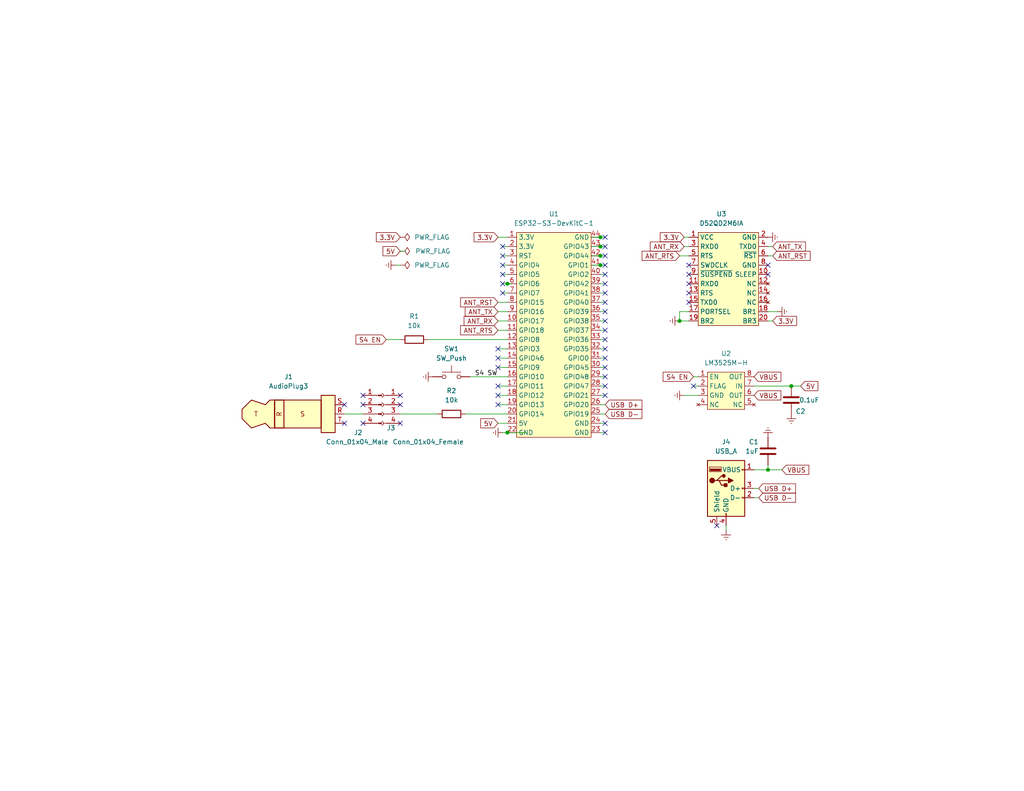
<source format=kicad_sch>
(kicad_sch (version 20211123) (generator eeschema)

  (uuid d57dcfee-5058-4fc2-a68b-05f9a48f685b)

  (paper "USLetter")

  (title_block
    (title "Water Rower Link+")
    (date "02/14/2022")
    (rev "1")
    (comment 1 "prototype")
  )

  (lib_symbols
    (symbol "Connector:AudioPlug3" (in_bom yes) (on_board yes)
      (property "Reference" "J" (id 0) (at 1.27 6.35 0)
        (effects (font (size 1.27 1.27)))
      )
      (property "Value" "AudioPlug3" (id 1) (at 1.27 -6.35 0)
        (effects (font (size 1.27 1.27)))
      )
      (property "Footprint" "" (id 2) (at 2.54 -1.27 0)
        (effects (font (size 1.27 1.27)) hide)
      )
      (property "Datasheet" "~" (id 3) (at 2.54 -1.27 0)
        (effects (font (size 1.27 1.27)) hide)
      )
      (property "ki_keywords" "audio jack plug stereo headphones TRRS connector 2.5mm 3.5mm 6.35mm" (id 4) (at 0 0 0)
        (effects (font (size 1.27 1.27)) hide)
      )
      (property "ki_description" "Audio Jack, 3 Poles (Stereo / TRS)" (id 5) (at 0 0 0)
        (effects (font (size 1.27 1.27)) hide)
      )
      (property "ki_fp_filters" "Plug*" (id 6) (at 0 0 0)
        (effects (font (size 1.27 1.27)) hide)
      )
      (symbol "AudioPlug3_0_0"
        (text "R" (at -2.54 0 900)
          (effects (font (size 1.27 1.27)))
        )
      )
      (symbol "AudioPlug3_0_1"
        (rectangle (start -3.81 3.81) (end -1.27 -3.81)
          (stroke (width 0.254) (type default) (color 0 0 0 0))
          (fill (type none))
        )
        (rectangle (start -1.27 -1.27) (end -1.27 -1.27)
          (stroke (width 0) (type default) (color 0 0 0 0))
          (fill (type none))
        )
      )
      (symbol "AudioPlug3_1_0"
        (text "S" (at 3.81 0 0)
          (effects (font (size 1.27 1.27)))
        )
        (text "T" (at -8.89 0 0)
          (effects (font (size 1.27 1.27)))
        )
      )
      (symbol "AudioPlug3_1_1"
        (rectangle (start -3.81 3.81) (end 8.89 -3.81)
          (stroke (width 0.254) (type default) (color 0 0 0 0))
          (fill (type background))
        )
        (polyline
          (pts
            (xy -3.81 3.81)
            (xy -5.08 3.81)
            (xy -6.35 2.54)
            (xy -10.16 3.81)
            (xy -12.7 1.27)
            (xy -12.7 -1.27)
            (xy -10.16 -3.81)
            (xy -6.35 -2.54)
            (xy -5.08 -3.81)
            (xy -3.81 -3.81)
            (xy -3.81 3.81)
          )
          (stroke (width 0.254) (type default) (color 0 0 0 0))
          (fill (type background))
        )
        (rectangle (start 12.7 5.08) (end 8.89 -5.08)
          (stroke (width 0.254) (type default) (color 0 0 0 0))
          (fill (type background))
        )
        (pin passive line (at 15.24 0 180) (length 2.54)
          (name "~" (effects (font (size 1.27 1.27))))
          (number "R" (effects (font (size 1.27 1.27))))
        )
        (pin passive line (at 15.24 2.54 180) (length 2.54)
          (name "~" (effects (font (size 1.27 1.27))))
          (number "S" (effects (font (size 1.27 1.27))))
        )
        (pin passive line (at 15.24 -2.54 180) (length 2.54)
          (name "~" (effects (font (size 1.27 1.27))))
          (number "T" (effects (font (size 1.27 1.27))))
        )
      )
    )
    (symbol "Connector:Conn_01x04_Female" (pin_names (offset 1.016) hide) (in_bom yes) (on_board yes)
      (property "Reference" "J" (id 0) (at 0 5.08 0)
        (effects (font (size 1.27 1.27)))
      )
      (property "Value" "Conn_01x04_Female" (id 1) (at 0 -7.62 0)
        (effects (font (size 1.27 1.27)))
      )
      (property "Footprint" "" (id 2) (at 0 0 0)
        (effects (font (size 1.27 1.27)) hide)
      )
      (property "Datasheet" "~" (id 3) (at 0 0 0)
        (effects (font (size 1.27 1.27)) hide)
      )
      (property "ki_keywords" "connector" (id 4) (at 0 0 0)
        (effects (font (size 1.27 1.27)) hide)
      )
      (property "ki_description" "Generic connector, single row, 01x04, script generated (kicad-library-utils/schlib/autogen/connector/)" (id 5) (at 0 0 0)
        (effects (font (size 1.27 1.27)) hide)
      )
      (property "ki_fp_filters" "Connector*:*_1x??_*" (id 6) (at 0 0 0)
        (effects (font (size 1.27 1.27)) hide)
      )
      (symbol "Conn_01x04_Female_1_1"
        (arc (start 0 -4.572) (mid -0.508 -5.08) (end 0 -5.588)
          (stroke (width 0.1524) (type default) (color 0 0 0 0))
          (fill (type none))
        )
        (arc (start 0 -2.032) (mid -0.508 -2.54) (end 0 -3.048)
          (stroke (width 0.1524) (type default) (color 0 0 0 0))
          (fill (type none))
        )
        (polyline
          (pts
            (xy -1.27 -5.08)
            (xy -0.508 -5.08)
          )
          (stroke (width 0.1524) (type default) (color 0 0 0 0))
          (fill (type none))
        )
        (polyline
          (pts
            (xy -1.27 -2.54)
            (xy -0.508 -2.54)
          )
          (stroke (width 0.1524) (type default) (color 0 0 0 0))
          (fill (type none))
        )
        (polyline
          (pts
            (xy -1.27 0)
            (xy -0.508 0)
          )
          (stroke (width 0.1524) (type default) (color 0 0 0 0))
          (fill (type none))
        )
        (polyline
          (pts
            (xy -1.27 2.54)
            (xy -0.508 2.54)
          )
          (stroke (width 0.1524) (type default) (color 0 0 0 0))
          (fill (type none))
        )
        (arc (start 0 0.508) (mid -0.508 0) (end 0 -0.508)
          (stroke (width 0.1524) (type default) (color 0 0 0 0))
          (fill (type none))
        )
        (arc (start 0 3.048) (mid -0.508 2.54) (end 0 2.032)
          (stroke (width 0.1524) (type default) (color 0 0 0 0))
          (fill (type none))
        )
        (pin passive line (at -5.08 2.54 0) (length 3.81)
          (name "Pin_1" (effects (font (size 1.27 1.27))))
          (number "1" (effects (font (size 1.27 1.27))))
        )
        (pin passive line (at -5.08 0 0) (length 3.81)
          (name "Pin_2" (effects (font (size 1.27 1.27))))
          (number "2" (effects (font (size 1.27 1.27))))
        )
        (pin passive line (at -5.08 -2.54 0) (length 3.81)
          (name "Pin_3" (effects (font (size 1.27 1.27))))
          (number "3" (effects (font (size 1.27 1.27))))
        )
        (pin passive line (at -5.08 -5.08 0) (length 3.81)
          (name "Pin_4" (effects (font (size 1.27 1.27))))
          (number "4" (effects (font (size 1.27 1.27))))
        )
      )
    )
    (symbol "Connector:Conn_01x04_Male" (pin_names (offset 1.016) hide) (in_bom yes) (on_board yes)
      (property "Reference" "J" (id 0) (at 0 5.08 0)
        (effects (font (size 1.27 1.27)))
      )
      (property "Value" "Conn_01x04_Male" (id 1) (at 0 -7.62 0)
        (effects (font (size 1.27 1.27)))
      )
      (property "Footprint" "" (id 2) (at 0 0 0)
        (effects (font (size 1.27 1.27)) hide)
      )
      (property "Datasheet" "~" (id 3) (at 0 0 0)
        (effects (font (size 1.27 1.27)) hide)
      )
      (property "ki_keywords" "connector" (id 4) (at 0 0 0)
        (effects (font (size 1.27 1.27)) hide)
      )
      (property "ki_description" "Generic connector, single row, 01x04, script generated (kicad-library-utils/schlib/autogen/connector/)" (id 5) (at 0 0 0)
        (effects (font (size 1.27 1.27)) hide)
      )
      (property "ki_fp_filters" "Connector*:*_1x??_*" (id 6) (at 0 0 0)
        (effects (font (size 1.27 1.27)) hide)
      )
      (symbol "Conn_01x04_Male_1_1"
        (polyline
          (pts
            (xy 1.27 -5.08)
            (xy 0.8636 -5.08)
          )
          (stroke (width 0.1524) (type default) (color 0 0 0 0))
          (fill (type none))
        )
        (polyline
          (pts
            (xy 1.27 -2.54)
            (xy 0.8636 -2.54)
          )
          (stroke (width 0.1524) (type default) (color 0 0 0 0))
          (fill (type none))
        )
        (polyline
          (pts
            (xy 1.27 0)
            (xy 0.8636 0)
          )
          (stroke (width 0.1524) (type default) (color 0 0 0 0))
          (fill (type none))
        )
        (polyline
          (pts
            (xy 1.27 2.54)
            (xy 0.8636 2.54)
          )
          (stroke (width 0.1524) (type default) (color 0 0 0 0))
          (fill (type none))
        )
        (rectangle (start 0.8636 -4.953) (end 0 -5.207)
          (stroke (width 0.1524) (type default) (color 0 0 0 0))
          (fill (type outline))
        )
        (rectangle (start 0.8636 -2.413) (end 0 -2.667)
          (stroke (width 0.1524) (type default) (color 0 0 0 0))
          (fill (type outline))
        )
        (rectangle (start 0.8636 0.127) (end 0 -0.127)
          (stroke (width 0.1524) (type default) (color 0 0 0 0))
          (fill (type outline))
        )
        (rectangle (start 0.8636 2.667) (end 0 2.413)
          (stroke (width 0.1524) (type default) (color 0 0 0 0))
          (fill (type outline))
        )
        (pin passive line (at 5.08 2.54 180) (length 3.81)
          (name "Pin_1" (effects (font (size 1.27 1.27))))
          (number "1" (effects (font (size 1.27 1.27))))
        )
        (pin passive line (at 5.08 0 180) (length 3.81)
          (name "Pin_2" (effects (font (size 1.27 1.27))))
          (number "2" (effects (font (size 1.27 1.27))))
        )
        (pin passive line (at 5.08 -2.54 180) (length 3.81)
          (name "Pin_3" (effects (font (size 1.27 1.27))))
          (number "3" (effects (font (size 1.27 1.27))))
        )
        (pin passive line (at 5.08 -5.08 180) (length 3.81)
          (name "Pin_4" (effects (font (size 1.27 1.27))))
          (number "4" (effects (font (size 1.27 1.27))))
        )
      )
    )
    (symbol "Connector:USB_A" (pin_names (offset 1.016)) (in_bom yes) (on_board yes)
      (property "Reference" "J" (id 0) (at -5.08 11.43 0)
        (effects (font (size 1.27 1.27)) (justify left))
      )
      (property "Value" "USB_A" (id 1) (at -5.08 8.89 0)
        (effects (font (size 1.27 1.27)) (justify left))
      )
      (property "Footprint" "" (id 2) (at 3.81 -1.27 0)
        (effects (font (size 1.27 1.27)) hide)
      )
      (property "Datasheet" " ~" (id 3) (at 3.81 -1.27 0)
        (effects (font (size 1.27 1.27)) hide)
      )
      (property "ki_keywords" "connector USB" (id 4) (at 0 0 0)
        (effects (font (size 1.27 1.27)) hide)
      )
      (property "ki_description" "USB Type A connector" (id 5) (at 0 0 0)
        (effects (font (size 1.27 1.27)) hide)
      )
      (property "ki_fp_filters" "USB*" (id 6) (at 0 0 0)
        (effects (font (size 1.27 1.27)) hide)
      )
      (symbol "USB_A_0_1"
        (rectangle (start -5.08 -7.62) (end 5.08 7.62)
          (stroke (width 0.254) (type default) (color 0 0 0 0))
          (fill (type background))
        )
        (circle (center -3.81 2.159) (radius 0.635)
          (stroke (width 0.254) (type default) (color 0 0 0 0))
          (fill (type outline))
        )
        (rectangle (start -1.524 4.826) (end -4.318 5.334)
          (stroke (width 0) (type default) (color 0 0 0 0))
          (fill (type outline))
        )
        (rectangle (start -1.27 4.572) (end -4.572 5.842)
          (stroke (width 0) (type default) (color 0 0 0 0))
          (fill (type none))
        )
        (circle (center -0.635 3.429) (radius 0.381)
          (stroke (width 0.254) (type default) (color 0 0 0 0))
          (fill (type outline))
        )
        (rectangle (start -0.127 -7.62) (end 0.127 -6.858)
          (stroke (width 0) (type default) (color 0 0 0 0))
          (fill (type none))
        )
        (polyline
          (pts
            (xy -3.175 2.159)
            (xy -2.54 2.159)
            (xy -1.27 3.429)
            (xy -0.635 3.429)
          )
          (stroke (width 0.254) (type default) (color 0 0 0 0))
          (fill (type none))
        )
        (polyline
          (pts
            (xy -2.54 2.159)
            (xy -1.905 2.159)
            (xy -1.27 0.889)
            (xy 0 0.889)
          )
          (stroke (width 0.254) (type default) (color 0 0 0 0))
          (fill (type none))
        )
        (polyline
          (pts
            (xy 0.635 2.794)
            (xy 0.635 1.524)
            (xy 1.905 2.159)
            (xy 0.635 2.794)
          )
          (stroke (width 0.254) (type default) (color 0 0 0 0))
          (fill (type outline))
        )
        (rectangle (start 0.254 1.27) (end -0.508 0.508)
          (stroke (width 0.254) (type default) (color 0 0 0 0))
          (fill (type outline))
        )
        (rectangle (start 5.08 -2.667) (end 4.318 -2.413)
          (stroke (width 0) (type default) (color 0 0 0 0))
          (fill (type none))
        )
        (rectangle (start 5.08 -0.127) (end 4.318 0.127)
          (stroke (width 0) (type default) (color 0 0 0 0))
          (fill (type none))
        )
        (rectangle (start 5.08 4.953) (end 4.318 5.207)
          (stroke (width 0) (type default) (color 0 0 0 0))
          (fill (type none))
        )
      )
      (symbol "USB_A_1_1"
        (polyline
          (pts
            (xy -1.905 2.159)
            (xy 0.635 2.159)
          )
          (stroke (width 0.254) (type default) (color 0 0 0 0))
          (fill (type none))
        )
        (pin power_in line (at 7.62 5.08 180) (length 2.54)
          (name "VBUS" (effects (font (size 1.27 1.27))))
          (number "1" (effects (font (size 1.27 1.27))))
        )
        (pin bidirectional line (at 7.62 -2.54 180) (length 2.54)
          (name "D-" (effects (font (size 1.27 1.27))))
          (number "2" (effects (font (size 1.27 1.27))))
        )
        (pin bidirectional line (at 7.62 0 180) (length 2.54)
          (name "D+" (effects (font (size 1.27 1.27))))
          (number "3" (effects (font (size 1.27 1.27))))
        )
        (pin power_in line (at 0 -10.16 90) (length 2.54)
          (name "GND" (effects (font (size 1.27 1.27))))
          (number "4" (effects (font (size 1.27 1.27))))
        )
        (pin passive line (at -2.54 -10.16 90) (length 2.54)
          (name "Shield" (effects (font (size 1.27 1.27))))
          (number "5" (effects (font (size 1.27 1.27))))
        )
      )
    )
    (symbol "Device:C" (pin_numbers hide) (pin_names (offset 0.254)) (in_bom yes) (on_board yes)
      (property "Reference" "C" (id 0) (at 0.635 2.54 0)
        (effects (font (size 1.27 1.27)) (justify left))
      )
      (property "Value" "C" (id 1) (at 0.635 -2.54 0)
        (effects (font (size 1.27 1.27)) (justify left))
      )
      (property "Footprint" "" (id 2) (at 0.9652 -3.81 0)
        (effects (font (size 1.27 1.27)) hide)
      )
      (property "Datasheet" "~" (id 3) (at 0 0 0)
        (effects (font (size 1.27 1.27)) hide)
      )
      (property "ki_keywords" "cap capacitor" (id 4) (at 0 0 0)
        (effects (font (size 1.27 1.27)) hide)
      )
      (property "ki_description" "Unpolarized capacitor" (id 5) (at 0 0 0)
        (effects (font (size 1.27 1.27)) hide)
      )
      (property "ki_fp_filters" "C_*" (id 6) (at 0 0 0)
        (effects (font (size 1.27 1.27)) hide)
      )
      (symbol "C_0_1"
        (polyline
          (pts
            (xy -2.032 -0.762)
            (xy 2.032 -0.762)
          )
          (stroke (width 0.508) (type default) (color 0 0 0 0))
          (fill (type none))
        )
        (polyline
          (pts
            (xy -2.032 0.762)
            (xy 2.032 0.762)
          )
          (stroke (width 0.508) (type default) (color 0 0 0 0))
          (fill (type none))
        )
      )
      (symbol "C_1_1"
        (pin passive line (at 0 3.81 270) (length 2.794)
          (name "~" (effects (font (size 1.27 1.27))))
          (number "1" (effects (font (size 1.27 1.27))))
        )
        (pin passive line (at 0 -3.81 90) (length 2.794)
          (name "~" (effects (font (size 1.27 1.27))))
          (number "2" (effects (font (size 1.27 1.27))))
        )
      )
    )
    (symbol "Device:R" (pin_numbers hide) (pin_names (offset 0)) (in_bom yes) (on_board yes)
      (property "Reference" "R" (id 0) (at 2.032 0 90)
        (effects (font (size 1.27 1.27)))
      )
      (property "Value" "R" (id 1) (at 0 0 90)
        (effects (font (size 1.27 1.27)))
      )
      (property "Footprint" "" (id 2) (at -1.778 0 90)
        (effects (font (size 1.27 1.27)) hide)
      )
      (property "Datasheet" "~" (id 3) (at 0 0 0)
        (effects (font (size 1.27 1.27)) hide)
      )
      (property "ki_keywords" "R res resistor" (id 4) (at 0 0 0)
        (effects (font (size 1.27 1.27)) hide)
      )
      (property "ki_description" "Resistor" (id 5) (at 0 0 0)
        (effects (font (size 1.27 1.27)) hide)
      )
      (property "ki_fp_filters" "R_*" (id 6) (at 0 0 0)
        (effects (font (size 1.27 1.27)) hide)
      )
      (symbol "R_0_1"
        (rectangle (start -1.016 -2.54) (end 1.016 2.54)
          (stroke (width 0.254) (type default) (color 0 0 0 0))
          (fill (type none))
        )
      )
      (symbol "R_1_1"
        (pin passive line (at 0 3.81 270) (length 1.27)
          (name "~" (effects (font (size 1.27 1.27))))
          (number "1" (effects (font (size 1.27 1.27))))
        )
        (pin passive line (at 0 -3.81 90) (length 1.27)
          (name "~" (effects (font (size 1.27 1.27))))
          (number "2" (effects (font (size 1.27 1.27))))
        )
      )
    )
    (symbol "MyParts:D52QD2M6IA" (in_bom yes) (on_board yes)
      (property "Reference" "U" (id 0) (at 0 13.97 0)
        (effects (font (size 1.27 1.27)))
      )
      (property "Value" "D52QD2M6IA" (id 1) (at 0 -13.97 0)
        (effects (font (size 1.27 1.27)))
      )
      (property "Footprint" "Connector_PinHeader_2.54mm:PinHeader_2x10_P2.54mm_Vertical" (id 2) (at 0 -16.51 0)
        (effects (font (size 1.27 1.27)) hide)
      )
      (property "Datasheet" "" (id 3) (at -2.54 1.27 0)
        (effects (font (size 1.27 1.27)) hide)
      )
      (symbol "D52QD2M6IA_0_1"
        (rectangle (start -12.7 1.27) (end -12.7 1.27)
          (stroke (width 0) (type default) (color 0 0 0 0))
          (fill (type none))
        )
        (rectangle (start -10.16 1.27) (end -10.16 1.27)
          (stroke (width 0) (type default) (color 0 0 0 0))
          (fill (type none))
        )
        (rectangle (start -10.16 1.27) (end -10.16 1.27)
          (stroke (width 0) (type default) (color 0 0 0 0))
          (fill (type none))
        )
        (rectangle (start -8.89 12.7) (end 7.62 -12.7)
          (stroke (width 0) (type default) (color 0 0 0 0))
          (fill (type background))
        )
      )
      (symbol "D52QD2M6IA_1_1"
        (pin power_in line (at -11.43 11.43 0) (length 2.54)
          (name "VCC" (effects (font (size 1.27 1.27))))
          (number "1" (effects (font (size 1.27 1.27))))
        )
        (pin input line (at 10.16 1.27 180) (length 2.54)
          (name "SLEEP" (effects (font (size 1.27 1.27))))
          (number "10" (effects (font (size 1.27 1.27))))
        )
        (pin input line (at -11.43 -1.27 0) (length 2.54)
          (name "RXD0" (effects (font (size 1.27 1.27))))
          (number "11" (effects (font (size 1.27 1.27))))
        )
        (pin no_connect line (at 10.16 -1.27 180) (length 2.54)
          (name "NC" (effects (font (size 1.27 1.27))))
          (number "12" (effects (font (size 1.27 1.27))))
        )
        (pin output line (at -11.43 -3.81 0) (length 2.54)
          (name "RTS" (effects (font (size 1.27 1.27))))
          (number "13" (effects (font (size 1.27 1.27))))
        )
        (pin no_connect line (at 10.16 -3.81 180) (length 2.54)
          (name "NC" (effects (font (size 1.27 1.27))))
          (number "14" (effects (font (size 1.27 1.27))))
        )
        (pin output line (at -11.43 -6.35 0) (length 2.54)
          (name "TXD0" (effects (font (size 1.27 1.27))))
          (number "15" (effects (font (size 1.27 1.27))))
        )
        (pin no_connect line (at 10.16 -6.35 180) (length 2.54)
          (name "NC" (effects (font (size 1.27 1.27))))
          (number "16" (effects (font (size 1.27 1.27))))
        )
        (pin input line (at -11.43 -8.89 0) (length 2.54)
          (name "PORTSEL" (effects (font (size 1.27 1.27))))
          (number "17" (effects (font (size 1.27 1.27))))
        )
        (pin input line (at 10.16 -8.89 180) (length 2.54)
          (name "BR1" (effects (font (size 1.27 1.27))))
          (number "18" (effects (font (size 1.27 1.27))))
        )
        (pin input line (at -11.43 -11.43 0) (length 2.54)
          (name "BR2" (effects (font (size 1.27 1.27))))
          (number "19" (effects (font (size 1.27 1.27))))
        )
        (pin power_in line (at 10.16 11.43 180) (length 2.54)
          (name "GND" (effects (font (size 1.27 1.27))))
          (number "2" (effects (font (size 1.27 1.27))))
        )
        (pin input line (at 10.16 -11.43 180) (length 2.54)
          (name "BR3" (effects (font (size 1.27 1.27))))
          (number "20" (effects (font (size 1.27 1.27))))
        )
        (pin input line (at -11.43 8.89 0) (length 2.54)
          (name "RXD0" (effects (font (size 1.27 1.27))))
          (number "3" (effects (font (size 1.27 1.27))))
        )
        (pin output line (at 10.16 8.89 180) (length 2.54)
          (name "TXD0" (effects (font (size 1.27 1.27))))
          (number "4" (effects (font (size 1.27 1.27))))
        )
        (pin output line (at -11.43 6.35 0) (length 2.54)
          (name "RTS" (effects (font (size 1.27 1.27))))
          (number "5" (effects (font (size 1.27 1.27))))
        )
        (pin input line (at 10.16 6.35 180) (length 2.54)
          (name "~{RST}" (effects (font (size 1.27 1.27))))
          (number "6" (effects (font (size 1.27 1.27))))
        )
        (pin input line (at -11.43 3.81 0) (length 2.54)
          (name "SWDCLK" (effects (font (size 1.27 1.27))))
          (number "7" (effects (font (size 1.27 1.27))))
        )
        (pin power_in line (at 10.16 3.81 180) (length 2.54)
          (name "GND" (effects (font (size 1.27 1.27))))
          (number "8" (effects (font (size 1.27 1.27))))
        )
        (pin input line (at -11.43 1.27 0) (length 2.54)
          (name "~{SUSPEND}" (effects (font (size 1.27 1.27))))
          (number "9" (effects (font (size 1.27 1.27))))
        )
      )
    )
    (symbol "MyParts:ESP32-S3-DevKitC-1" (in_bom yes) (on_board yes)
      (property "Reference" "U1" (id 0) (at 0 31.75 0)
        (effects (font (size 1.27 1.27)))
      )
      (property "Value" "ESP32-S3-DevKitC-1" (id 1) (at 0 29.21 0)
        (effects (font (size 1.27 1.27)))
      )
      (property "Footprint" "MyParts:ESP32_S3_DevKitC-1" (id 2) (at 0 0 0)
        (effects (font (size 1.27 1.27)) hide)
      )
      (property "Datasheet" "" (id 3) (at 0 0 0)
        (effects (font (size 1.27 1.27)) hide)
      )
      (symbol "ESP32-S3-DevKitC-1_0_1"
        (rectangle (start -10.16 26.67) (end 10.16 -29.21)
          (stroke (width 0) (type default) (color 0 0 0 0))
          (fill (type background))
        )
      )
      (symbol "ESP32-S3-DevKitC-1_1_1"
        (pin power_in line (at -12.7 25.4 0) (length 2.54)
          (name "3.3V" (effects (font (size 1.27 1.27))))
          (number "1" (effects (font (size 1.27 1.27))))
        )
        (pin bidirectional line (at -12.7 2.54 0) (length 2.54)
          (name "GPIO17" (effects (font (size 1.27 1.27))))
          (number "10" (effects (font (size 1.27 1.27))))
        )
        (pin bidirectional line (at -12.7 0 0) (length 2.54)
          (name "GPIO18" (effects (font (size 1.27 1.27))))
          (number "11" (effects (font (size 1.27 1.27))))
        )
        (pin bidirectional line (at -12.7 -2.54 0) (length 2.54)
          (name "GPIO8" (effects (font (size 1.27 1.27))))
          (number "12" (effects (font (size 1.27 1.27))))
        )
        (pin bidirectional line (at -12.7 -5.08 0) (length 2.54)
          (name "GPIO3" (effects (font (size 1.27 1.27))))
          (number "13" (effects (font (size 1.27 1.27))))
        )
        (pin bidirectional line (at -12.7 -7.62 0) (length 2.54)
          (name "GPIO46" (effects (font (size 1.27 1.27))))
          (number "14" (effects (font (size 1.27 1.27))))
        )
        (pin bidirectional line (at -12.7 -10.16 0) (length 2.54)
          (name "GPIO9" (effects (font (size 1.27 1.27))))
          (number "15" (effects (font (size 1.27 1.27))))
        )
        (pin bidirectional line (at -12.7 -12.7 0) (length 2.54)
          (name "GPIO10" (effects (font (size 1.27 1.27))))
          (number "16" (effects (font (size 1.27 1.27))))
        )
        (pin bidirectional line (at -12.7 -15.24 0) (length 2.54)
          (name "GPIO11" (effects (font (size 1.27 1.27))))
          (number "17" (effects (font (size 1.27 1.27))))
        )
        (pin bidirectional line (at -12.7 -17.78 0) (length 2.54)
          (name "GPIO12" (effects (font (size 1.27 1.27))))
          (number "18" (effects (font (size 1.27 1.27))))
        )
        (pin bidirectional line (at -12.7 -20.32 0) (length 2.54)
          (name "GPIO13" (effects (font (size 1.27 1.27))))
          (number "19" (effects (font (size 1.27 1.27))))
        )
        (pin power_in line (at -12.7 22.86 0) (length 2.54)
          (name "3.3V" (effects (font (size 1.27 1.27))))
          (number "2" (effects (font (size 1.27 1.27))))
        )
        (pin bidirectional line (at -12.7 -22.86 0) (length 2.54)
          (name "GPIO14" (effects (font (size 1.27 1.27))))
          (number "20" (effects (font (size 1.27 1.27))))
        )
        (pin power_in line (at -12.7 -25.4 0) (length 2.54)
          (name "5V" (effects (font (size 1.27 1.27))))
          (number "21" (effects (font (size 1.27 1.27))))
        )
        (pin power_in line (at -12.7 -27.94 0) (length 2.54)
          (name "GND" (effects (font (size 1.27 1.27))))
          (number "22" (effects (font (size 1.27 1.27))))
        )
        (pin power_in line (at 12.7 -27.94 180) (length 2.54)
          (name "GND" (effects (font (size 1.27 1.27))))
          (number "23" (effects (font (size 1.27 1.27))))
        )
        (pin power_in line (at 12.7 -25.4 180) (length 2.54)
          (name "GND" (effects (font (size 1.27 1.27))))
          (number "24" (effects (font (size 1.27 1.27))))
        )
        (pin bidirectional line (at 12.7 -22.86 180) (length 2.54)
          (name "GPIO19" (effects (font (size 1.27 1.27))))
          (number "25" (effects (font (size 1.27 1.27))))
          (alternate "USB_D-" bidirectional line)
        )
        (pin bidirectional line (at 12.7 -20.32 180) (length 2.54)
          (name "GPIO20" (effects (font (size 1.27 1.27))))
          (number "26" (effects (font (size 1.27 1.27))))
          (alternate "USB_D+" bidirectional line)
        )
        (pin bidirectional line (at 12.7 -17.78 180) (length 2.54)
          (name "GPIO21" (effects (font (size 1.27 1.27))))
          (number "27" (effects (font (size 1.27 1.27))))
        )
        (pin bidirectional line (at 12.7 -15.24 180) (length 2.54)
          (name "GPIO47" (effects (font (size 1.27 1.27))))
          (number "28" (effects (font (size 1.27 1.27))))
        )
        (pin bidirectional line (at 12.7 -12.7 180) (length 2.54)
          (name "GPIO48" (effects (font (size 1.27 1.27))))
          (number "29" (effects (font (size 1.27 1.27))))
        )
        (pin input line (at -12.7 20.32 0) (length 2.54)
          (name "RST" (effects (font (size 1.27 1.27))))
          (number "3" (effects (font (size 1.27 1.27))))
        )
        (pin bidirectional line (at 12.7 -10.16 180) (length 2.54)
          (name "GPIO45" (effects (font (size 1.27 1.27))))
          (number "30" (effects (font (size 1.27 1.27))))
        )
        (pin bidirectional line (at 12.7 -7.62 180) (length 2.54)
          (name "GPIO0" (effects (font (size 1.27 1.27))))
          (number "31" (effects (font (size 1.27 1.27))))
        )
        (pin bidirectional line (at 12.7 -5.08 180) (length 2.54)
          (name "GPIO35" (effects (font (size 1.27 1.27))))
          (number "32" (effects (font (size 1.27 1.27))))
        )
        (pin bidirectional line (at 12.7 -2.54 180) (length 2.54)
          (name "GPIO36" (effects (font (size 1.27 1.27))))
          (number "33" (effects (font (size 1.27 1.27))))
        )
        (pin bidirectional line (at 12.7 0 180) (length 2.54)
          (name "GPIO37" (effects (font (size 1.27 1.27))))
          (number "34" (effects (font (size 1.27 1.27))))
        )
        (pin bidirectional line (at 12.7 2.54 180) (length 2.54)
          (name "GPIO38" (effects (font (size 1.27 1.27))))
          (number "35" (effects (font (size 1.27 1.27))))
        )
        (pin bidirectional line (at 12.7 5.08 180) (length 2.54)
          (name "GPIO39" (effects (font (size 1.27 1.27))))
          (number "36" (effects (font (size 1.27 1.27))))
        )
        (pin bidirectional line (at 12.7 7.62 180) (length 2.54)
          (name "GPIO40" (effects (font (size 1.27 1.27))))
          (number "37" (effects (font (size 1.27 1.27))))
        )
        (pin bidirectional line (at 12.7 10.16 180) (length 2.54)
          (name "GPIO41" (effects (font (size 1.27 1.27))))
          (number "38" (effects (font (size 1.27 1.27))))
        )
        (pin bidirectional line (at 12.7 12.7 180) (length 2.54)
          (name "GPIO42" (effects (font (size 1.27 1.27))))
          (number "39" (effects (font (size 1.27 1.27))))
        )
        (pin bidirectional line (at -12.7 17.78 0) (length 2.54)
          (name "GPIO4" (effects (font (size 1.27 1.27))))
          (number "4" (effects (font (size 1.27 1.27))))
        )
        (pin bidirectional line (at 12.7 15.24 180) (length 2.54)
          (name "GPIO2" (effects (font (size 1.27 1.27))))
          (number "40" (effects (font (size 1.27 1.27))))
        )
        (pin bidirectional line (at 12.7 17.78 180) (length 2.54)
          (name "GPIO1" (effects (font (size 1.27 1.27))))
          (number "41" (effects (font (size 1.27 1.27))))
        )
        (pin bidirectional line (at 12.7 20.32 180) (length 2.54)
          (name "GPIO44" (effects (font (size 1.27 1.27))))
          (number "42" (effects (font (size 1.27 1.27))))
        )
        (pin bidirectional line (at 12.7 22.86 180) (length 2.54)
          (name "GPIO43" (effects (font (size 1.27 1.27))))
          (number "43" (effects (font (size 1.27 1.27))))
        )
        (pin power_in line (at 12.7 25.4 180) (length 2.54)
          (name "GND" (effects (font (size 1.27 1.27))))
          (number "44" (effects (font (size 1.27 1.27))))
        )
        (pin bidirectional line (at -12.7 15.24 0) (length 2.54)
          (name "GPIO5" (effects (font (size 1.27 1.27))))
          (number "5" (effects (font (size 1.27 1.27))))
        )
        (pin bidirectional line (at -12.7 12.7 0) (length 2.54)
          (name "GPIO6" (effects (font (size 1.27 1.27))))
          (number "6" (effects (font (size 1.27 1.27))))
        )
        (pin bidirectional line (at -12.7 10.16 0) (length 2.54)
          (name "GPIO7" (effects (font (size 1.27 1.27))))
          (number "7" (effects (font (size 1.27 1.27))))
        )
        (pin bidirectional line (at -12.7 7.62 0) (length 2.54)
          (name "GPIO15" (effects (font (size 1.27 1.27))))
          (number "8" (effects (font (size 1.27 1.27))))
        )
        (pin bidirectional line (at -12.7 5.08 0) (length 2.54)
          (name "GPIO16" (effects (font (size 1.27 1.27))))
          (number "9" (effects (font (size 1.27 1.27))))
        )
      )
    )
    (symbol "MyParts:LM3525M-H" (in_bom yes) (on_board yes)
      (property "Reference" "U" (id 0) (at 0 6.35 0)
        (effects (font (size 1.27 1.27)))
      )
      (property "Value" "LM3525M-H" (id 1) (at 1.27 -6.35 0)
        (effects (font (size 1.27 1.27)))
      )
      (property "Footprint" "Package_SO:SOIC-8_3.9x4.9mm_P1.27mm" (id 2) (at 0 6.35 0)
        (effects (font (size 1.27 1.27)) hide)
      )
      (property "Datasheet" "" (id 3) (at 0 6.35 0)
        (effects (font (size 1.27 1.27)) hide)
      )
      (symbol "LM3525M-H_0_1"
        (rectangle (start -5.08 5.08) (end 5.08 -5.08)
          (stroke (width 0) (type default) (color 0 0 0 0))
          (fill (type background))
        )
      )
      (symbol "LM3525M-H_1_1"
        (pin input line (at -7.62 3.81 0) (length 2.54)
          (name "EN" (effects (font (size 1.27 1.27))))
          (number "1" (effects (font (size 1.27 1.27))))
        )
        (pin output line (at -7.62 1.27 0) (length 2.54)
          (name "FLAG" (effects (font (size 1.27 1.27))))
          (number "2" (effects (font (size 1.27 1.27))))
        )
        (pin power_in line (at -7.62 -1.27 0) (length 2.54)
          (name "GND" (effects (font (size 1.27 1.27))))
          (number "3" (effects (font (size 1.27 1.27))))
        )
        (pin no_connect line (at -7.62 -3.81 0) (length 2.54)
          (name "NC" (effects (font (size 1.27 1.27))))
          (number "4" (effects (font (size 1.27 1.27))))
        )
        (pin no_connect line (at 7.62 -3.81 180) (length 2.54)
          (name "NC" (effects (font (size 1.27 1.27))))
          (number "5" (effects (font (size 1.27 1.27))))
        )
        (pin power_out line (at 7.62 -1.27 180) (length 2.54)
          (name "OUT" (effects (font (size 1.27 1.27))))
          (number "6" (effects (font (size 1.27 1.27))))
        )
        (pin power_in line (at 7.62 1.27 180) (length 2.54)
          (name "IN" (effects (font (size 1.27 1.27))))
          (number "7" (effects (font (size 1.27 1.27))))
        )
        (pin power_out line (at 7.62 3.81 180) (length 2.54)
          (name "OUT" (effects (font (size 1.27 1.27))))
          (number "8" (effects (font (size 1.27 1.27))))
        )
      )
    )
    (symbol "Switch:SW_Push" (pin_numbers hide) (pin_names (offset 1.016) hide) (in_bom yes) (on_board yes)
      (property "Reference" "SW" (id 0) (at 1.27 2.54 0)
        (effects (font (size 1.27 1.27)) (justify left))
      )
      (property "Value" "SW_Push" (id 1) (at 0 -1.524 0)
        (effects (font (size 1.27 1.27)))
      )
      (property "Footprint" "" (id 2) (at 0 5.08 0)
        (effects (font (size 1.27 1.27)) hide)
      )
      (property "Datasheet" "~" (id 3) (at 0 5.08 0)
        (effects (font (size 1.27 1.27)) hide)
      )
      (property "ki_keywords" "switch normally-open pushbutton push-button" (id 4) (at 0 0 0)
        (effects (font (size 1.27 1.27)) hide)
      )
      (property "ki_description" "Push button switch, generic, two pins" (id 5) (at 0 0 0)
        (effects (font (size 1.27 1.27)) hide)
      )
      (symbol "SW_Push_0_1"
        (circle (center -2.032 0) (radius 0.508)
          (stroke (width 0) (type default) (color 0 0 0 0))
          (fill (type none))
        )
        (polyline
          (pts
            (xy 0 1.27)
            (xy 0 3.048)
          )
          (stroke (width 0) (type default) (color 0 0 0 0))
          (fill (type none))
        )
        (polyline
          (pts
            (xy 2.54 1.27)
            (xy -2.54 1.27)
          )
          (stroke (width 0) (type default) (color 0 0 0 0))
          (fill (type none))
        )
        (circle (center 2.032 0) (radius 0.508)
          (stroke (width 0) (type default) (color 0 0 0 0))
          (fill (type none))
        )
        (pin passive line (at -5.08 0 0) (length 2.54)
          (name "1" (effects (font (size 1.27 1.27))))
          (number "1" (effects (font (size 1.27 1.27))))
        )
        (pin passive line (at 5.08 0 180) (length 2.54)
          (name "2" (effects (font (size 1.27 1.27))))
          (number "2" (effects (font (size 1.27 1.27))))
        )
      )
    )
    (symbol "power:Earth" (power) (pin_names (offset 0)) (in_bom yes) (on_board yes)
      (property "Reference" "#PWR" (id 0) (at 0 -6.35 0)
        (effects (font (size 1.27 1.27)) hide)
      )
      (property "Value" "Earth" (id 1) (at 0 -3.81 0)
        (effects (font (size 1.27 1.27)) hide)
      )
      (property "Footprint" "" (id 2) (at 0 0 0)
        (effects (font (size 1.27 1.27)) hide)
      )
      (property "Datasheet" "~" (id 3) (at 0 0 0)
        (effects (font (size 1.27 1.27)) hide)
      )
      (property "ki_keywords" "power-flag ground gnd" (id 4) (at 0 0 0)
        (effects (font (size 1.27 1.27)) hide)
      )
      (property "ki_description" "Power symbol creates a global label with name \"Earth\"" (id 5) (at 0 0 0)
        (effects (font (size 1.27 1.27)) hide)
      )
      (symbol "Earth_0_1"
        (polyline
          (pts
            (xy -0.635 -1.905)
            (xy 0.635 -1.905)
          )
          (stroke (width 0) (type default) (color 0 0 0 0))
          (fill (type none))
        )
        (polyline
          (pts
            (xy -0.127 -2.54)
            (xy 0.127 -2.54)
          )
          (stroke (width 0) (type default) (color 0 0 0 0))
          (fill (type none))
        )
        (polyline
          (pts
            (xy 0 -1.27)
            (xy 0 0)
          )
          (stroke (width 0) (type default) (color 0 0 0 0))
          (fill (type none))
        )
        (polyline
          (pts
            (xy 1.27 -1.27)
            (xy -1.27 -1.27)
          )
          (stroke (width 0) (type default) (color 0 0 0 0))
          (fill (type none))
        )
      )
      (symbol "Earth_1_1"
        (pin power_in line (at 0 0 270) (length 0) hide
          (name "Earth" (effects (font (size 1.27 1.27))))
          (number "1" (effects (font (size 1.27 1.27))))
        )
      )
    )
    (symbol "power:PWR_FLAG" (power) (pin_numbers hide) (pin_names (offset 0) hide) (in_bom yes) (on_board yes)
      (property "Reference" "#FLG" (id 0) (at 0 1.905 0)
        (effects (font (size 1.27 1.27)) hide)
      )
      (property "Value" "PWR_FLAG" (id 1) (at 0 3.81 0)
        (effects (font (size 1.27 1.27)))
      )
      (property "Footprint" "" (id 2) (at 0 0 0)
        (effects (font (size 1.27 1.27)) hide)
      )
      (property "Datasheet" "~" (id 3) (at 0 0 0)
        (effects (font (size 1.27 1.27)) hide)
      )
      (property "ki_keywords" "power-flag" (id 4) (at 0 0 0)
        (effects (font (size 1.27 1.27)) hide)
      )
      (property "ki_description" "Special symbol for telling ERC where power comes from" (id 5) (at 0 0 0)
        (effects (font (size 1.27 1.27)) hide)
      )
      (symbol "PWR_FLAG_0_0"
        (pin power_out line (at 0 0 90) (length 0)
          (name "pwr" (effects (font (size 1.27 1.27))))
          (number "1" (effects (font (size 1.27 1.27))))
        )
      )
      (symbol "PWR_FLAG_0_1"
        (polyline
          (pts
            (xy 0 0)
            (xy 0 1.27)
            (xy -1.016 1.905)
            (xy 0 2.54)
            (xy 1.016 1.905)
            (xy 0 1.27)
          )
          (stroke (width 0) (type default) (color 0 0 0 0))
          (fill (type none))
        )
      )
    )
  )

  (junction (at 163.83 67.31) (diameter 0) (color 0 0 0 0)
    (uuid 0e225e6c-e04e-4baf-8251-ff50c94a11b8)
  )
  (junction (at 163.83 64.77) (diameter 0) (color 0 0 0 0)
    (uuid 18ea7933-9b15-4c0f-aece-9cb11063cb71)
  )
  (junction (at 215.9 105.41) (diameter 0) (color 0 0 0 0)
    (uuid 1f90e232-1752-45d0-82f2-3cfa3023400f)
  )
  (junction (at 138.43 118.11) (diameter 0) (color 0 0 0 0)
    (uuid 4cee1ecc-06e8-4a3b-9823-02313a539c7d)
  )
  (junction (at 185.42 87.63) (diameter 0) (color 0 0 0 0)
    (uuid 78c54d7b-b056-47c6-91af-52d9e0fe8b40)
  )
  (junction (at 138.43 77.47) (diameter 0) (color 0 0 0 0)
    (uuid 96724105-2c3c-49c1-85d6-edd531069a9d)
  )
  (junction (at 163.83 72.39) (diameter 0) (color 0 0 0 0)
    (uuid a561da42-ba1e-4a79-a681-82ffba181f5e)
  )
  (junction (at 163.83 69.85) (diameter 0) (color 0 0 0 0)
    (uuid a7f22c61-8875-40b1-98e3-15d62ae69009)
  )
  (junction (at 209.55 128.27) (diameter 0) (color 0 0 0 0)
    (uuid a9352142-1822-465f-9e27-c4ec8e869c39)
  )

  (no_connect (at 135.89 107.95) (uuid 266ab6b7-2730-42e3-ae7b-3e19cd05eb3d))
  (no_connect (at 135.89 105.41) (uuid 266ab6b7-2730-42e3-ae7b-3e19cd05eb3e))
  (no_connect (at 135.89 110.49) (uuid 266ab6b7-2730-42e3-ae7b-3e19cd05eb3f))
  (no_connect (at 135.89 100.33) (uuid 266ab6b7-2730-42e3-ae7b-3e19cd05eb40))
  (no_connect (at 135.89 97.79) (uuid 266ab6b7-2730-42e3-ae7b-3e19cd05eb41))
  (no_connect (at 135.89 95.25) (uuid 266ab6b7-2730-42e3-ae7b-3e19cd05eb42))
  (no_connect (at 187.96 82.55) (uuid 4d61653f-08a9-4acd-9662-68572bf70d4b))
  (no_connect (at 195.58 143.51) (uuid 51006bab-e05b-4c41-bc70-26bfc4925da5))
  (no_connect (at 189.23 105.41) (uuid 51006bab-e05b-4c41-bc70-26bfc4925da6))
  (no_connect (at 187.96 74.93) (uuid 51006bab-e05b-4c41-bc70-26bfc4925da7))
  (no_connect (at 187.96 72.39) (uuid 51006bab-e05b-4c41-bc70-26bfc4925da8))
  (no_connect (at 209.55 72.39) (uuid 51006bab-e05b-4c41-bc70-26bfc4925da9))
  (no_connect (at 209.55 74.93) (uuid 51006bab-e05b-4c41-bc70-26bfc4925daa))
  (no_connect (at 93.98 110.49) (uuid 51006bab-e05b-4c41-bc70-26bfc4925dab))
  (no_connect (at 93.98 115.57) (uuid 51006bab-e05b-4c41-bc70-26bfc4925dac))
  (no_connect (at 99.06 110.49) (uuid 5f484054-3b8f-4a01-b275-a8927e4b2b95))
  (no_connect (at 99.06 115.57) (uuid 5f484054-3b8f-4a01-b275-a8927e4b2b96))
  (no_connect (at 99.06 107.95) (uuid 5f484054-3b8f-4a01-b275-a8927e4b2b97))
  (no_connect (at 165.1 107.95) (uuid 7baa5e98-cab0-40e8-afe4-ab115ef1a57e))
  (no_connect (at 165.1 90.17) (uuid 7baa5e98-cab0-40e8-afe4-ab115ef1a57f))
  (no_connect (at 165.1 92.71) (uuid 7baa5e98-cab0-40e8-afe4-ab115ef1a580))
  (no_connect (at 165.1 95.25) (uuid 7baa5e98-cab0-40e8-afe4-ab115ef1a581))
  (no_connect (at 165.1 97.79) (uuid 7baa5e98-cab0-40e8-afe4-ab115ef1a582))
  (no_connect (at 165.1 100.33) (uuid 7baa5e98-cab0-40e8-afe4-ab115ef1a583))
  (no_connect (at 165.1 102.87) (uuid 7baa5e98-cab0-40e8-afe4-ab115ef1a584))
  (no_connect (at 165.1 105.41) (uuid 7baa5e98-cab0-40e8-afe4-ab115ef1a585))
  (no_connect (at 165.1 118.11) (uuid 7baa5e98-cab0-40e8-afe4-ab115ef1a586))
  (no_connect (at 165.1 115.57) (uuid 7baa5e98-cab0-40e8-afe4-ab115ef1a587))
  (no_connect (at 165.1 64.77) (uuid 7baa5e98-cab0-40e8-afe4-ab115ef1a588))
  (no_connect (at 165.1 67.31) (uuid 7baa5e98-cab0-40e8-afe4-ab115ef1a589))
  (no_connect (at 165.1 69.85) (uuid 7baa5e98-cab0-40e8-afe4-ab115ef1a58a))
  (no_connect (at 165.1 72.39) (uuid 7baa5e98-cab0-40e8-afe4-ab115ef1a58b))
  (no_connect (at 165.1 80.01) (uuid 7baa5e98-cab0-40e8-afe4-ab115ef1a58c))
  (no_connect (at 165.1 77.47) (uuid 7baa5e98-cab0-40e8-afe4-ab115ef1a58d))
  (no_connect (at 165.1 74.93) (uuid 7baa5e98-cab0-40e8-afe4-ab115ef1a58e))
  (no_connect (at 165.1 82.55) (uuid 7baa5e98-cab0-40e8-afe4-ab115ef1a58f))
  (no_connect (at 165.1 85.09) (uuid 7baa5e98-cab0-40e8-afe4-ab115ef1a590))
  (no_connect (at 165.1 87.63) (uuid 7baa5e98-cab0-40e8-afe4-ab115ef1a591))
  (no_connect (at 187.96 77.47) (uuid 88265612-191e-4b02-89bf-fb190cedfc4e))
  (no_connect (at 137.16 67.31) (uuid aaa7d6f2-aa21-49c3-8dd2-f1d04bc0ee7d))
  (no_connect (at 137.16 72.39) (uuid aaa7d6f2-aa21-49c3-8dd2-f1d04bc0ee7e))
  (no_connect (at 137.16 74.93) (uuid aaa7d6f2-aa21-49c3-8dd2-f1d04bc0ee7f))
  (no_connect (at 137.16 69.85) (uuid aaa7d6f2-aa21-49c3-8dd2-f1d04bc0ee80))
  (no_connect (at 137.16 80.01) (uuid aaa7d6f2-aa21-49c3-8dd2-f1d04bc0ee81))
  (no_connect (at 137.16 77.47) (uuid aaa7d6f2-aa21-49c3-8dd2-f1d04bc0ee82))
  (no_connect (at 187.96 80.01) (uuid ec46ff5f-c5bf-4727-853e-c502130eccd1))
  (no_connect (at 109.22 115.57) (uuid f9046c00-d408-4dfe-9ce3-4b2be88a7996))
  (no_connect (at 109.22 110.49) (uuid f9046c00-d408-4dfe-9ce3-4b2be88a7997))
  (no_connect (at 109.22 107.95) (uuid f9046c00-d408-4dfe-9ce3-4b2be88a7998))

  (wire (pts (xy 109.22 68.58) (xy 110.49 68.58))
    (stroke (width 0) (type default) (color 0 0 0 0))
    (uuid 005aee5c-5a2c-452f-b78d-b4dda3d917f3)
  )
  (wire (pts (xy 135.89 85.09) (xy 138.43 85.09))
    (stroke (width 0) (type default) (color 0 0 0 0))
    (uuid 02ab3880-caf8-4cc1-af55-29c50a83928f)
  )
  (wire (pts (xy 186.69 107.95) (xy 190.5 107.95))
    (stroke (width 0) (type default) (color 0 0 0 0))
    (uuid 047ed319-aaab-4269-a1a3-9206f5209d3a)
  )
  (wire (pts (xy 189.23 102.87) (xy 190.5 102.87))
    (stroke (width 0) (type default) (color 0 0 0 0))
    (uuid 08768f90-1ede-4ccf-a693-e710720c2c44)
  )
  (wire (pts (xy 163.83 77.47) (xy 165.1 77.47))
    (stroke (width 0) (type default) (color 0 0 0 0))
    (uuid 08d1d657-fdfe-44cc-8649-b9fea9913197)
  )
  (wire (pts (xy 163.83 64.77) (xy 165.1 64.77))
    (stroke (width 0) (type default) (color 0 0 0 0))
    (uuid 0903122a-4cc6-4fea-89d6-42d83b21a5ea)
  )
  (wire (pts (xy 163.83 118.11) (xy 165.1 118.11))
    (stroke (width 0) (type default) (color 0 0 0 0))
    (uuid 11a40ab6-6784-4439-9cc1-cc4560479e38)
  )
  (wire (pts (xy 137.16 74.93) (xy 138.43 74.93))
    (stroke (width 0) (type default) (color 0 0 0 0))
    (uuid 12898921-75b7-4c40-9318-34fb1e7fa110)
  )
  (wire (pts (xy 163.83 87.63) (xy 165.1 87.63))
    (stroke (width 0) (type default) (color 0 0 0 0))
    (uuid 1aa41fb7-c9f2-4a09-9378-df90f7b84444)
  )
  (wire (pts (xy 163.83 67.31) (xy 165.1 67.31))
    (stroke (width 0) (type default) (color 0 0 0 0))
    (uuid 1db79ec3-61ae-4113-92a3-7b5b049a3e17)
  )
  (wire (pts (xy 128.27 102.87) (xy 138.43 102.87))
    (stroke (width 0) (type default) (color 0 0 0 0))
    (uuid 1f5b6cad-92a1-49ca-80ac-91027978bcdc)
  )
  (wire (pts (xy 93.98 113.03) (xy 99.06 113.03))
    (stroke (width 0) (type default) (color 0 0 0 0))
    (uuid 23ad5b7a-8061-4993-9af7-8ee8032104e2)
  )
  (wire (pts (xy 135.89 87.63) (xy 138.43 87.63))
    (stroke (width 0) (type default) (color 0 0 0 0))
    (uuid 265921f6-85e7-48ea-8cb2-b965324b3aec)
  )
  (wire (pts (xy 205.74 128.27) (xy 209.55 128.27))
    (stroke (width 0) (type default) (color 0 0 0 0))
    (uuid 2a186680-f42c-4fe2-988d-38f145f6436d)
  )
  (wire (pts (xy 205.74 133.35) (xy 207.01 133.35))
    (stroke (width 0) (type default) (color 0 0 0 0))
    (uuid 2e7f41a0-cc13-4f55-915c-917e661f0cdf)
  )
  (wire (pts (xy 105.41 92.71) (xy 109.22 92.71))
    (stroke (width 0) (type default) (color 0 0 0 0))
    (uuid 2eb79b44-e605-41f4-b0a8-61efaaa4787a)
  )
  (wire (pts (xy 186.69 67.31) (xy 187.96 67.31))
    (stroke (width 0) (type default) (color 0 0 0 0))
    (uuid 2fd077a3-7f0d-45f7-ac2a-65548a5f827f)
  )
  (wire (pts (xy 185.42 85.09) (xy 187.96 85.09))
    (stroke (width 0) (type default) (color 0 0 0 0))
    (uuid 30d0b67f-13cc-44d7-ae75-f93e63cb6d59)
  )
  (wire (pts (xy 137.16 72.39) (xy 138.43 72.39))
    (stroke (width 0) (type default) (color 0 0 0 0))
    (uuid 323cd32b-9ca7-4a43-96dc-75f50cbde0e0)
  )
  (wire (pts (xy 161.29 64.77) (xy 163.83 64.77))
    (stroke (width 0) (type default) (color 0 0 0 0))
    (uuid 33cb6f32-7e71-4287-a0af-251733d336c6)
  )
  (wire (pts (xy 135.89 100.33) (xy 138.43 100.33))
    (stroke (width 0) (type default) (color 0 0 0 0))
    (uuid 35e2c829-1e6c-4055-a022-c8bd22894611)
  )
  (wire (pts (xy 143.51 118.11) (xy 138.43 118.11))
    (stroke (width 0) (type default) (color 0 0 0 0))
    (uuid 4235d352-bf61-4679-85c2-c4e3ce084a2b)
  )
  (wire (pts (xy 163.83 74.93) (xy 165.1 74.93))
    (stroke (width 0) (type default) (color 0 0 0 0))
    (uuid 44dc6198-2fa8-4038-a2e5-5057aa89e5c4)
  )
  (wire (pts (xy 135.89 64.77) (xy 138.43 64.77))
    (stroke (width 0) (type default) (color 0 0 0 0))
    (uuid 467916de-5fa9-4841-9d9d-39b34ade921a)
  )
  (wire (pts (xy 209.55 128.27) (xy 213.36 128.27))
    (stroke (width 0) (type default) (color 0 0 0 0))
    (uuid 46fb3bc4-7645-47ce-ba55-0fe596b16370)
  )
  (wire (pts (xy 138.43 95.25) (xy 135.89 95.25))
    (stroke (width 0) (type default) (color 0 0 0 0))
    (uuid 474095a1-8d90-4653-9075-9bfed462b838)
  )
  (wire (pts (xy 137.16 118.11) (xy 138.43 118.11))
    (stroke (width 0) (type default) (color 0 0 0 0))
    (uuid 47d1049f-5a74-4737-848d-ea0257c1699f)
  )
  (wire (pts (xy 185.42 87.63) (xy 187.96 87.63))
    (stroke (width 0) (type default) (color 0 0 0 0))
    (uuid 4d23765b-4614-4cbd-baae-6eac6060b277)
  )
  (wire (pts (xy 163.83 115.57) (xy 165.1 115.57))
    (stroke (width 0) (type default) (color 0 0 0 0))
    (uuid 4d9ef1fe-5fa5-479e-95ea-19219250b1ba)
  )
  (wire (pts (xy 209.55 127) (xy 209.55 128.27))
    (stroke (width 0) (type default) (color 0 0 0 0))
    (uuid 522fcc97-f73a-43f1-a407-8338c3144b10)
  )
  (wire (pts (xy 163.83 105.41) (xy 165.1 105.41))
    (stroke (width 0) (type default) (color 0 0 0 0))
    (uuid 565555d6-9308-4ef5-a1d1-c40fda875b2f)
  )
  (wire (pts (xy 135.89 97.79) (xy 138.43 97.79))
    (stroke (width 0) (type default) (color 0 0 0 0))
    (uuid 5bb1607a-ede0-472b-9361-da62b65715ce)
  )
  (wire (pts (xy 185.42 69.85) (xy 187.96 69.85))
    (stroke (width 0) (type default) (color 0 0 0 0))
    (uuid 5fecae8c-e1c1-4a0f-a41f-63bc6c3f521e)
  )
  (wire (pts (xy 109.22 113.03) (xy 119.38 113.03))
    (stroke (width 0) (type default) (color 0 0 0 0))
    (uuid 62fb29d3-9a50-4946-b3ca-1d0c7d6305c4)
  )
  (wire (pts (xy 209.55 87.63) (xy 210.82 87.63))
    (stroke (width 0) (type default) (color 0 0 0 0))
    (uuid 635feb48-c2d9-4350-9f7c-28ab2059b98b)
  )
  (wire (pts (xy 135.89 105.41) (xy 138.43 105.41))
    (stroke (width 0) (type default) (color 0 0 0 0))
    (uuid 680a9e5f-3da3-43ec-b87c-efd074efb762)
  )
  (wire (pts (xy 135.89 90.17) (xy 138.43 90.17))
    (stroke (width 0) (type default) (color 0 0 0 0))
    (uuid 6964fd78-d016-4d29-b856-70a03e182a60)
  )
  (wire (pts (xy 161.29 69.85) (xy 163.83 69.85))
    (stroke (width 0) (type default) (color 0 0 0 0))
    (uuid 6eefcf6b-4b13-44f9-a14e-e1ec8d490c73)
  )
  (wire (pts (xy 137.16 77.47) (xy 138.43 77.47))
    (stroke (width 0) (type default) (color 0 0 0 0))
    (uuid 724ed5c3-d63e-4385-9669-fae05d7c41ad)
  )
  (wire (pts (xy 165.1 110.49) (xy 163.83 110.49))
    (stroke (width 0) (type default) (color 0 0 0 0))
    (uuid 78d1678c-dd5a-42f1-a1b9-dbbb3d790700)
  )
  (wire (pts (xy 135.89 110.49) (xy 138.43 110.49))
    (stroke (width 0) (type default) (color 0 0 0 0))
    (uuid 7d0b039b-efa0-4129-9265-951835dddf55)
  )
  (wire (pts (xy 138.43 77.47) (xy 139.7 77.47))
    (stroke (width 0) (type default) (color 0 0 0 0))
    (uuid 7e793378-a454-45dc-9c96-6d2adeae15e5)
  )
  (wire (pts (xy 163.83 69.85) (xy 165.1 69.85))
    (stroke (width 0) (type default) (color 0 0 0 0))
    (uuid 842b0789-79e2-415e-9176-d7e291f723df)
  )
  (wire (pts (xy 163.83 90.17) (xy 165.1 90.17))
    (stroke (width 0) (type default) (color 0 0 0 0))
    (uuid 9bbd56b7-6836-497c-9928-2ed990d17f19)
  )
  (wire (pts (xy 215.9 105.41) (xy 205.74 105.41))
    (stroke (width 0) (type default) (color 0 0 0 0))
    (uuid 9c2c8549-ce1b-4240-bb8c-5215f393c0cf)
  )
  (wire (pts (xy 135.89 115.57) (xy 138.43 115.57))
    (stroke (width 0) (type default) (color 0 0 0 0))
    (uuid 9fc3dbbc-14e5-451b-9d99-739882131ae0)
  )
  (wire (pts (xy 135.89 82.55) (xy 138.43 82.55))
    (stroke (width 0) (type default) (color 0 0 0 0))
    (uuid a920fff5-b0f2-47d4-9dde-85e5a51e9844)
  )
  (wire (pts (xy 161.29 67.31) (xy 163.83 67.31))
    (stroke (width 0) (type default) (color 0 0 0 0))
    (uuid aaee688c-7909-48a6-a6ec-00809d57f7d4)
  )
  (wire (pts (xy 163.83 92.71) (xy 165.1 92.71))
    (stroke (width 0) (type default) (color 0 0 0 0))
    (uuid b18d04ec-ba5b-4155-92b4-3fc127489578)
  )
  (wire (pts (xy 127 113.03) (xy 138.43 113.03))
    (stroke (width 0) (type default) (color 0 0 0 0))
    (uuid b4231ae8-51be-42bf-b397-132f40858763)
  )
  (wire (pts (xy 137.16 69.85) (xy 138.43 69.85))
    (stroke (width 0) (type default) (color 0 0 0 0))
    (uuid b46e4aef-df8c-4b7d-a0ac-414a4dfe7a73)
  )
  (wire (pts (xy 209.55 67.31) (xy 210.82 67.31))
    (stroke (width 0) (type default) (color 0 0 0 0))
    (uuid bceecf2a-95f1-4f98-8a1d-02c97c23eac6)
  )
  (wire (pts (xy 185.42 85.09) (xy 185.42 87.63))
    (stroke (width 0) (type default) (color 0 0 0 0))
    (uuid bd8542f0-ec04-431d-b935-5438954d127a)
  )
  (wire (pts (xy 163.83 100.33) (xy 165.1 100.33))
    (stroke (width 0) (type default) (color 0 0 0 0))
    (uuid c0a7d3ef-7071-40fc-bc7a-10ff07156255)
  )
  (wire (pts (xy 163.83 102.87) (xy 165.1 102.87))
    (stroke (width 0) (type default) (color 0 0 0 0))
    (uuid c44891fc-3b5a-40c7-bf8a-be178bb7bcb9)
  )
  (wire (pts (xy 116.84 92.71) (xy 138.43 92.71))
    (stroke (width 0) (type default) (color 0 0 0 0))
    (uuid c4a38f23-5522-4bae-ad2e-7a39183a988b)
  )
  (wire (pts (xy 189.23 105.41) (xy 190.5 105.41))
    (stroke (width 0) (type default) (color 0 0 0 0))
    (uuid c5733185-6f90-49ce-9870-fa098c6cfeb1)
  )
  (wire (pts (xy 198.12 143.51) (xy 198.12 144.78))
    (stroke (width 0) (type default) (color 0 0 0 0))
    (uuid c607d089-c3ec-42d8-84a4-db012f72ea04)
  )
  (wire (pts (xy 215.9 105.41) (xy 218.44 105.41))
    (stroke (width 0) (type default) (color 0 0 0 0))
    (uuid c6c3fa2f-643c-4133-aee2-80cc84abc686)
  )
  (wire (pts (xy 138.43 107.95) (xy 135.89 107.95))
    (stroke (width 0) (type default) (color 0 0 0 0))
    (uuid c8569d3d-4d09-4b76-beda-dc8e7c1401fe)
  )
  (wire (pts (xy 137.16 80.01) (xy 138.43 80.01))
    (stroke (width 0) (type default) (color 0 0 0 0))
    (uuid cf58fad4-2ace-4094-aa53-9338023a8d8b)
  )
  (wire (pts (xy 163.83 85.09) (xy 165.1 85.09))
    (stroke (width 0) (type default) (color 0 0 0 0))
    (uuid d03a9717-df5c-4d2c-92d5-e95a13c1696a)
  )
  (wire (pts (xy 205.74 135.89) (xy 207.01 135.89))
    (stroke (width 0) (type default) (color 0 0 0 0))
    (uuid d19e488d-e18b-4831-b867-5ffade33b051)
  )
  (wire (pts (xy 212.09 85.09) (xy 209.55 85.09))
    (stroke (width 0) (type default) (color 0 0 0 0))
    (uuid d3d22f62-b0e3-4ad5-a6de-4390b8dea596)
  )
  (wire (pts (xy 163.83 97.79) (xy 165.1 97.79))
    (stroke (width 0) (type default) (color 0 0 0 0))
    (uuid e1e3aff2-1bad-4f29-a1d2-29ea066be939)
  )
  (wire (pts (xy 163.83 72.39) (xy 165.1 72.39))
    (stroke (width 0) (type default) (color 0 0 0 0))
    (uuid e5ddc9c2-6e57-4099-b8c2-35706a5dcf47)
  )
  (wire (pts (xy 161.29 72.39) (xy 163.83 72.39))
    (stroke (width 0) (type default) (color 0 0 0 0))
    (uuid e66f6906-c3da-4b19-b04d-432fcf47e1a7)
  )
  (wire (pts (xy 163.83 107.95) (xy 165.1 107.95))
    (stroke (width 0) (type default) (color 0 0 0 0))
    (uuid f02405e3-9bd6-474c-86f4-8b5bb6d995ab)
  )
  (wire (pts (xy 109.22 72.39) (xy 107.95 72.39))
    (stroke (width 0) (type default) (color 0 0 0 0))
    (uuid f0480e3d-749d-47eb-b5d1-fa66726e00f5)
  )
  (wire (pts (xy 165.1 113.03) (xy 163.83 113.03))
    (stroke (width 0) (type default) (color 0 0 0 0))
    (uuid f1612fb6-f8ef-49ca-bb21-9d691e84bd62)
  )
  (wire (pts (xy 137.16 67.31) (xy 138.43 67.31))
    (stroke (width 0) (type default) (color 0 0 0 0))
    (uuid f3c5c5bd-f2f7-44c7-9f09-9c470ac4db77)
  )
  (wire (pts (xy 163.83 80.01) (xy 165.1 80.01))
    (stroke (width 0) (type default) (color 0 0 0 0))
    (uuid f497c0e4-7bf7-4e48-af5f-65b882aad4bd)
  )
  (wire (pts (xy 209.55 69.85) (xy 210.82 69.85))
    (stroke (width 0) (type default) (color 0 0 0 0))
    (uuid f5b4d4ee-e43e-4375-a358-30bcaadd02ad)
  )
  (wire (pts (xy 186.69 64.77) (xy 187.96 64.77))
    (stroke (width 0) (type default) (color 0 0 0 0))
    (uuid f5c5c9a3-65a3-4d84-b61f-f061c7dd5435)
  )
  (wire (pts (xy 163.83 82.55) (xy 165.1 82.55))
    (stroke (width 0) (type default) (color 0 0 0 0))
    (uuid fca42576-e26e-4a31-8b25-9052554ba821)
  )
  (wire (pts (xy 163.83 95.25) (xy 165.1 95.25))
    (stroke (width 0) (type default) (color 0 0 0 0))
    (uuid fd3c23dd-2715-4c3e-9593-3a6a55031623)
  )

  (label "S4 SW" (at 129.54 102.87 0)
    (effects (font (size 1.27 1.27)) (justify left bottom))
    (uuid 4c5a5093-673e-4cb2-b92a-e1fb24324ef5)
  )

  (global_label "3.3V" (shape input) (at 135.89 64.77 180) (fields_autoplaced)
    (effects (font (size 1.27 1.27)) (justify right))
    (uuid 1426fb4c-e3c0-4382-8d3c-f56a8efec6b5)
    (property "Intersheet References" "${INTERSHEET_REFS}" (id 0) (at 129.3645 64.6906 0)
      (effects (font (size 1.27 1.27)) (justify right) hide)
    )
  )
  (global_label "ANT_RST" (shape input) (at 135.89 82.55 180) (fields_autoplaced)
    (effects (font (size 1.27 1.27)) (justify right))
    (uuid 19cddefb-3bf2-4400-b86b-f94c802f26db)
    (property "Intersheet References" "${INTERSHEET_REFS}" (id 0) (at 125.6755 82.4706 0)
      (effects (font (size 1.27 1.27)) (justify right) hide)
    )
  )
  (global_label "3.3V" (shape input) (at 186.69 64.77 180) (fields_autoplaced)
    (effects (font (size 1.27 1.27)) (justify right))
    (uuid 1e83e257-381a-4796-97f1-033bed7492b0)
    (property "Intersheet References" "${INTERSHEET_REFS}" (id 0) (at 180.1645 64.6906 0)
      (effects (font (size 1.27 1.27)) (justify right) hide)
    )
  )
  (global_label "USB D+" (shape input) (at 165.1 110.49 0) (fields_autoplaced)
    (effects (font (size 1.27 1.27)) (justify left))
    (uuid 299716ca-1d68-4839-bf5d-baae4f01ae81)
    (property "Intersheet References" "${INTERSHEET_REFS}" (id 0) (at 175.1331 110.4106 0)
      (effects (font (size 1.27 1.27)) (justify left) hide)
    )
  )
  (global_label "ANT_RTS" (shape input) (at 185.42 69.85 180) (fields_autoplaced)
    (effects (font (size 1.27 1.27)) (justify right))
    (uuid 35e06ebd-eb0b-4b8a-a88c-fb69a12b2807)
    (property "Intersheet References" "${INTERSHEET_REFS}" (id 0) (at 175.2055 69.7706 0)
      (effects (font (size 1.27 1.27)) (justify right) hide)
    )
  )
  (global_label "ANT_RTS" (shape input) (at 135.89 90.17 180) (fields_autoplaced)
    (effects (font (size 1.27 1.27)) (justify right))
    (uuid 46e4f129-25ad-4a05-b542-a92e19d498c5)
    (property "Intersheet References" "${INTERSHEET_REFS}" (id 0) (at 125.6755 90.0906 0)
      (effects (font (size 1.27 1.27)) (justify right) hide)
    )
  )
  (global_label "ANT_TX" (shape input) (at 210.82 67.31 0) (fields_autoplaced)
    (effects (font (size 1.27 1.27)) (justify left))
    (uuid 49f6c48f-f31e-4f65-8b91-9d46116816a6)
    (property "Intersheet References" "${INTERSHEET_REFS}" (id 0) (at 219.7645 67.2306 0)
      (effects (font (size 1.27 1.27)) (justify left) hide)
    )
  )
  (global_label "VBUS" (shape input) (at 213.36 128.27 0) (fields_autoplaced)
    (effects (font (size 1.27 1.27)) (justify left))
    (uuid 4c0f2cfc-6548-4134-bed0-cc44f508f2df)
    (property "Intersheet References" "${INTERSHEET_REFS}" (id 0) (at 220.6717 128.1906 0)
      (effects (font (size 1.27 1.27)) (justify left) hide)
    )
  )
  (global_label "USB D-" (shape input) (at 165.1 113.03 0) (fields_autoplaced)
    (effects (font (size 1.27 1.27)) (justify left))
    (uuid 6e3c3f57-89cf-421f-894e-2954a1fdfa3d)
    (property "Intersheet References" "${INTERSHEET_REFS}" (id 0) (at 175.1331 112.9506 0)
      (effects (font (size 1.27 1.27)) (justify left) hide)
    )
  )
  (global_label "USB D-" (shape input) (at 207.01 135.89 0) (fields_autoplaced)
    (effects (font (size 1.27 1.27)) (justify left))
    (uuid 721d5f11-aa8a-43d9-938b-5e66a5e59e33)
    (property "Intersheet References" "${INTERSHEET_REFS}" (id 0) (at 217.0431 135.8106 0)
      (effects (font (size 1.27 1.27)) (justify left) hide)
    )
  )
  (global_label "ANT_RST" (shape input) (at 210.82 69.85 0) (fields_autoplaced)
    (effects (font (size 1.27 1.27)) (justify left))
    (uuid 811dddee-04e7-4201-abf0-336970b5cbaf)
    (property "Intersheet References" "${INTERSHEET_REFS}" (id 0) (at 221.0345 69.7706 0)
      (effects (font (size 1.27 1.27)) (justify left) hide)
    )
  )
  (global_label "5V" (shape input) (at 109.22 68.58 180) (fields_autoplaced)
    (effects (font (size 1.27 1.27)) (justify right))
    (uuid 83a52e48-1814-4147-b5ff-01ef55c23f5d)
    (property "Intersheet References" "${INTERSHEET_REFS}" (id 0) (at 104.5088 68.5006 0)
      (effects (font (size 1.27 1.27)) (justify right) hide)
    )
  )
  (global_label "VBUS" (shape input) (at 205.74 102.87 0) (fields_autoplaced)
    (effects (font (size 1.27 1.27)) (justify left))
    (uuid 9723dba5-2640-42c5-8d5d-8d22dce8b2cd)
    (property "Intersheet References" "${INTERSHEET_REFS}" (id 0) (at 213.0517 102.7906 0)
      (effects (font (size 1.27 1.27)) (justify left) hide)
    )
  )
  (global_label "VBUS" (shape input) (at 205.74 107.95 0) (fields_autoplaced)
    (effects (font (size 1.27 1.27)) (justify left))
    (uuid a11462af-5fc5-4b51-8100-53a83191538a)
    (property "Intersheet References" "${INTERSHEET_REFS}" (id 0) (at 213.0517 107.8706 0)
      (effects (font (size 1.27 1.27)) (justify left) hide)
    )
  )
  (global_label "5V" (shape input) (at 135.89 115.57 180) (fields_autoplaced)
    (effects (font (size 1.27 1.27)) (justify right))
    (uuid af85e6d3-a1fa-40c7-a2b8-f08a866b2f7c)
    (property "Intersheet References" "${INTERSHEET_REFS}" (id 0) (at 131.1788 115.4906 0)
      (effects (font (size 1.27 1.27)) (justify right) hide)
    )
  )
  (global_label "USB D+" (shape input) (at 207.01 133.35 0) (fields_autoplaced)
    (effects (font (size 1.27 1.27)) (justify left))
    (uuid b582530c-9344-453a-91eb-3688f505b578)
    (property "Intersheet References" "${INTERSHEET_REFS}" (id 0) (at 217.0431 133.2706 0)
      (effects (font (size 1.27 1.27)) (justify left) hide)
    )
  )
  (global_label "S4 EN" (shape input) (at 105.41 92.71 180) (fields_autoplaced)
    (effects (font (size 1.27 1.27)) (justify right))
    (uuid cb4a2120-38c5-453a-a6d5-b320a5945a0d)
    (property "Intersheet References" "${INTERSHEET_REFS}" (id 0) (at 97.1307 92.6306 0)
      (effects (font (size 1.27 1.27)) (justify right) hide)
    )
  )
  (global_label "3.3V" (shape input) (at 210.82 87.63 0) (fields_autoplaced)
    (effects (font (size 1.27 1.27)) (justify left))
    (uuid d0d0c925-63d7-4589-a16d-fb99c4088388)
    (property "Intersheet References" "${INTERSHEET_REFS}" (id 0) (at 217.3455 87.5506 0)
      (effects (font (size 1.27 1.27)) (justify left) hide)
    )
  )
  (global_label "ANT_RX" (shape input) (at 186.69 67.31 180) (fields_autoplaced)
    (effects (font (size 1.27 1.27)) (justify right))
    (uuid dcae7ea1-c991-4804-afb1-62725ab3e922)
    (property "Intersheet References" "${INTERSHEET_REFS}" (id 0) (at 177.4431 67.2306 0)
      (effects (font (size 1.27 1.27)) (justify right) hide)
    )
  )
  (global_label "ANT_TX" (shape input) (at 135.89 85.09 180) (fields_autoplaced)
    (effects (font (size 1.27 1.27)) (justify right))
    (uuid e9817367-220c-4370-aa62-d7589b03bf2e)
    (property "Intersheet References" "${INTERSHEET_REFS}" (id 0) (at 126.9455 85.0106 0)
      (effects (font (size 1.27 1.27)) (justify right) hide)
    )
  )
  (global_label "3.3V" (shape input) (at 109.22 64.77 180) (fields_autoplaced)
    (effects (font (size 1.27 1.27)) (justify right))
    (uuid ed72a20d-6d9b-4895-99d1-0e2920dc0f05)
    (property "Intersheet References" "${INTERSHEET_REFS}" (id 0) (at 102.6945 64.6906 0)
      (effects (font (size 1.27 1.27)) (justify right) hide)
    )
  )
  (global_label "ANT_RX" (shape input) (at 135.89 87.63 180) (fields_autoplaced)
    (effects (font (size 1.27 1.27)) (justify right))
    (uuid f6825de8-d321-44b3-9911-320afc5ce5d4)
    (property "Intersheet References" "${INTERSHEET_REFS}" (id 0) (at 126.6431 87.5506 0)
      (effects (font (size 1.27 1.27)) (justify right) hide)
    )
  )
  (global_label "S4 EN" (shape input) (at 189.23 102.87 180) (fields_autoplaced)
    (effects (font (size 1.27 1.27)) (justify right))
    (uuid f6b024a2-e50a-48b4-b82e-c27248f079fd)
    (property "Intersheet References" "${INTERSHEET_REFS}" (id 0) (at 180.9507 102.7906 0)
      (effects (font (size 1.27 1.27)) (justify right) hide)
    )
  )
  (global_label "5V" (shape input) (at 218.44 105.41 0) (fields_autoplaced)
    (effects (font (size 1.27 1.27)) (justify left))
    (uuid fa69fa30-15e3-4b18-95fc-6b077b87e26c)
    (property "Intersheet References" "${INTERSHEET_REFS}" (id 0) (at 223.1512 105.3306 0)
      (effects (font (size 1.27 1.27)) (justify left) hide)
    )
  )

  (symbol (lib_id "Device:R") (at 123.19 113.03 90) (unit 1)
    (in_bom yes) (on_board yes) (fields_autoplaced)
    (uuid 018943e5-1a30-4c49-92e1-d5ac05c5ebfa)
    (property "Reference" "R2" (id 0) (at 123.19 106.68 90))
    (property "Value" "10k" (id 1) (at 123.19 109.22 90))
    (property "Footprint" "Resistor_THT:R_Box_L13.0mm_W4.0mm_P9.00mm" (id 2) (at 123.19 114.808 90)
      (effects (font (size 1.27 1.27)) hide)
    )
    (property "Datasheet" "~" (id 3) (at 123.19 113.03 0)
      (effects (font (size 1.27 1.27)) hide)
    )
    (pin "1" (uuid 09e52f28-37c0-44e9-b4cb-11ba212c19dd))
    (pin "2" (uuid efd70f8f-512d-49d2-aa1c-ec3c9a1014a2))
  )

  (symbol (lib_id "power:PWR_FLAG") (at 109.22 68.58 270) (unit 1)
    (in_bom yes) (on_board yes)
    (uuid 1506ea18-6a20-4ae1-9a76-a821b19cab94)
    (property "Reference" "#FLG02" (id 0) (at 111.125 68.58 0)
      (effects (font (size 1.27 1.27)) hide)
    )
    (property "Value" "PWR_FLAG" (id 1) (at 118.11 68.58 90))
    (property "Footprint" "" (id 2) (at 109.22 68.58 0)
      (effects (font (size 1.27 1.27)) hide)
    )
    (property "Datasheet" "~" (id 3) (at 109.22 68.58 0)
      (effects (font (size 1.27 1.27)) hide)
    )
    (pin "1" (uuid 2afd4beb-b14d-401b-8db7-e8900f248e97))
  )

  (symbol (lib_id "Switch:SW_Push") (at 123.19 102.87 0) (unit 1)
    (in_bom yes) (on_board yes) (fields_autoplaced)
    (uuid 1ace94fd-0d34-41d2-a3dd-84446670b325)
    (property "Reference" "SW1" (id 0) (at 123.19 95.25 0))
    (property "Value" "SW_Push" (id 1) (at 123.19 97.79 0))
    (property "Footprint" "Connector_PinHeader_2.54mm:PinHeader_1x02_P2.54mm_Vertical" (id 2) (at 123.19 97.79 0)
      (effects (font (size 1.27 1.27)) hide)
    )
    (property "Datasheet" "~" (id 3) (at 123.19 97.79 0)
      (effects (font (size 1.27 1.27)) hide)
    )
    (pin "1" (uuid b3ccafbb-03cb-4060-ab3c-f456c79522c5))
    (pin "2" (uuid 169ee7be-d6de-4dad-be9c-59610de5e5b1))
  )

  (symbol (lib_id "power:Earth") (at 137.16 118.11 270) (unit 1)
    (in_bom yes) (on_board yes) (fields_autoplaced)
    (uuid 1bbbacef-5e20-480e-bb12-8968e61e4b26)
    (property "Reference" "#PWR03" (id 0) (at 130.81 118.11 0)
      (effects (font (size 1.27 1.27)) hide)
    )
    (property "Value" "Earth" (id 1) (at 133.35 118.11 0)
      (effects (font (size 1.27 1.27)) hide)
    )
    (property "Footprint" "" (id 2) (at 137.16 118.11 0)
      (effects (font (size 1.27 1.27)) hide)
    )
    (property "Datasheet" "~" (id 3) (at 137.16 118.11 0)
      (effects (font (size 1.27 1.27)) hide)
    )
    (pin "1" (uuid 0208e87f-7248-44fb-8389-9783e27e6478))
  )

  (symbol (lib_id "power:Earth") (at 215.9 113.03 0) (unit 1)
    (in_bom yes) (on_board yes) (fields_autoplaced)
    (uuid 2ad11602-6182-4cea-a5e3-333e5d5cd0ef)
    (property "Reference" "#PWR010" (id 0) (at 215.9 119.38 0)
      (effects (font (size 1.27 1.27)) hide)
    )
    (property "Value" "Earth" (id 1) (at 215.9 116.84 0)
      (effects (font (size 1.27 1.27)) hide)
    )
    (property "Footprint" "" (id 2) (at 215.9 113.03 0)
      (effects (font (size 1.27 1.27)) hide)
    )
    (property "Datasheet" "~" (id 3) (at 215.9 113.03 0)
      (effects (font (size 1.27 1.27)) hide)
    )
    (pin "1" (uuid 93dcf09a-2e77-48a3-ad09-4948f82b523f))
  )

  (symbol (lib_id "power:Earth") (at 118.11 102.87 270) (unit 1)
    (in_bom yes) (on_board yes) (fields_autoplaced)
    (uuid 2af2f7d1-3238-4a01-8f4f-6175fce31bce)
    (property "Reference" "#PWR02" (id 0) (at 111.76 102.87 0)
      (effects (font (size 1.27 1.27)) hide)
    )
    (property "Value" "Earth" (id 1) (at 114.3 102.87 0)
      (effects (font (size 1.27 1.27)) hide)
    )
    (property "Footprint" "" (id 2) (at 118.11 102.87 0)
      (effects (font (size 1.27 1.27)) hide)
    )
    (property "Datasheet" "~" (id 3) (at 118.11 102.87 0)
      (effects (font (size 1.27 1.27)) hide)
    )
    (pin "1" (uuid 45f61afe-45a8-40ad-9106-11ee6d8151e6))
  )

  (symbol (lib_id "power:Earth") (at 209.55 64.77 90) (mirror x) (unit 1)
    (in_bom yes) (on_board yes) (fields_autoplaced)
    (uuid 32322678-4f7c-4520-b38c-cc29acee8367)
    (property "Reference" "#PWR06" (id 0) (at 215.9 64.77 0)
      (effects (font (size 1.27 1.27)) hide)
    )
    (property "Value" "Earth" (id 1) (at 213.36 64.77 0)
      (effects (font (size 1.27 1.27)) hide)
    )
    (property "Footprint" "" (id 2) (at 209.55 64.77 0)
      (effects (font (size 1.27 1.27)) hide)
    )
    (property "Datasheet" "~" (id 3) (at 209.55 64.77 0)
      (effects (font (size 1.27 1.27)) hide)
    )
    (pin "1" (uuid 36647f8a-342e-484d-83b1-bc34585f9b59))
  )

  (symbol (lib_id "MyParts:LM3525M-H") (at 198.12 106.68 0) (unit 1)
    (in_bom yes) (on_board yes) (fields_autoplaced)
    (uuid 38e55c43-25d5-48b8-9034-8d86af640e1e)
    (property "Reference" "U2" (id 0) (at 198.12 96.52 0))
    (property "Value" "LM3525M-H" (id 1) (at 198.12 99.06 0))
    (property "Footprint" "Package_DIP:DIP-8_W7.62mm" (id 2) (at 198.12 100.33 0)
      (effects (font (size 1.27 1.27)) hide)
    )
    (property "Datasheet" "" (id 3) (at 198.12 100.33 0)
      (effects (font (size 1.27 1.27)) hide)
    )
    (pin "1" (uuid 7b9cd938-c347-4e25-9e14-4cd5b60382ce))
    (pin "2" (uuid 59f9f4bf-f4f1-4d5d-8d70-43eb910a20ab))
    (pin "3" (uuid b094eba5-4ae4-41c5-87ed-aa64d6c5df66))
    (pin "4" (uuid 7ad86064-5bd6-42e1-9d33-1b80b06c9969))
    (pin "5" (uuid 42376c01-685b-4ee4-bbfe-b4cf0abba5fc))
    (pin "6" (uuid 6dcf6d40-3528-4c70-9a2e-9ae63ecd1fcd))
    (pin "7" (uuid da57ce01-dd9f-49af-96e9-bb463a8e2880))
    (pin "8" (uuid 87c29d3f-deb7-4f90-9c42-8642d5d4a196))
  )

  (symbol (lib_id "power:PWR_FLAG") (at 109.22 72.39 270) (unit 1)
    (in_bom yes) (on_board yes) (fields_autoplaced)
    (uuid 4f4e4310-5f16-43f2-8b9a-7a74b2cee846)
    (property "Reference" "#FLG03" (id 0) (at 111.125 72.39 0)
      (effects (font (size 1.27 1.27)) hide)
    )
    (property "Value" "PWR_FLAG" (id 1) (at 113.03 72.3899 90)
      (effects (font (size 1.27 1.27)) (justify left))
    )
    (property "Footprint" "" (id 2) (at 109.22 72.39 0)
      (effects (font (size 1.27 1.27)) hide)
    )
    (property "Datasheet" "~" (id 3) (at 109.22 72.39 0)
      (effects (font (size 1.27 1.27)) hide)
    )
    (pin "1" (uuid 187332ee-f97b-4629-a2b3-391eb3e8a27a))
  )

  (symbol (lib_id "power:Earth") (at 209.55 119.38 0) (mirror x) (unit 1)
    (in_bom yes) (on_board yes) (fields_autoplaced)
    (uuid 6028bd8f-41aa-485a-84be-0feb1d491931)
    (property "Reference" "#PWR08" (id 0) (at 209.55 113.03 0)
      (effects (font (size 1.27 1.27)) hide)
    )
    (property "Value" "Earth" (id 1) (at 209.55 115.57 0)
      (effects (font (size 1.27 1.27)) hide)
    )
    (property "Footprint" "" (id 2) (at 209.55 119.38 0)
      (effects (font (size 1.27 1.27)) hide)
    )
    (property "Datasheet" "~" (id 3) (at 209.55 119.38 0)
      (effects (font (size 1.27 1.27)) hide)
    )
    (pin "1" (uuid 533e191d-567e-4658-8411-01d4120970d6))
  )

  (symbol (lib_id "Device:C") (at 209.55 123.19 0) (mirror y) (unit 1)
    (in_bom yes) (on_board yes)
    (uuid 8f434a66-8f94-494e-83dd-9868d992a1ae)
    (property "Reference" "C1" (id 0) (at 207.01 120.65 0)
      (effects (font (size 1.27 1.27)) (justify left))
    )
    (property "Value" "1uF" (id 1) (at 207.01 123.19 0)
      (effects (font (size 1.27 1.27)) (justify left))
    )
    (property "Footprint" "Capacitor_THT:C_Disc_D5.0mm_W2.5mm_P5.00mm" (id 2) (at 208.5848 127 0)
      (effects (font (size 1.27 1.27)) hide)
    )
    (property "Datasheet" "~" (id 3) (at 209.55 123.19 0)
      (effects (font (size 1.27 1.27)) hide)
    )
    (pin "1" (uuid 87cc236b-4879-4594-871b-8499908af653))
    (pin "2" (uuid 2e6db4ef-4d6d-47f7-98fc-6242e08d71af))
  )

  (symbol (lib_id "power:Earth") (at 212.09 85.09 90) (unit 1)
    (in_bom yes) (on_board yes) (fields_autoplaced)
    (uuid 9dd95454-de37-4430-9037-1657a32e0129)
    (property "Reference" "#PWR07" (id 0) (at 218.44 85.09 0)
      (effects (font (size 1.27 1.27)) hide)
    )
    (property "Value" "Earth" (id 1) (at 215.9 85.09 0)
      (effects (font (size 1.27 1.27)) hide)
    )
    (property "Footprint" "" (id 2) (at 212.09 85.09 0)
      (effects (font (size 1.27 1.27)) hide)
    )
    (property "Datasheet" "~" (id 3) (at 212.09 85.09 0)
      (effects (font (size 1.27 1.27)) hide)
    )
    (pin "1" (uuid 53daa8de-96ad-4f24-a60f-c3ee1199ad9b))
  )

  (symbol (lib_id "Connector:Conn_01x04_Male") (at 104.14 110.49 0) (mirror y) (unit 1)
    (in_bom yes) (on_board yes)
    (uuid a313a691-384a-43b6-bcc9-369695f3c19e)
    (property "Reference" "J2" (id 0) (at 96.52 118.11 0)
      (effects (font (size 1.27 1.27)) (justify right))
    )
    (property "Value" "Conn_01x04_Male" (id 1) (at 88.9 120.65 0)
      (effects (font (size 1.27 1.27)) (justify right))
    )
    (property "Footprint" "" (id 2) (at 104.14 110.49 0)
      (effects (font (size 1.27 1.27)) hide)
    )
    (property "Datasheet" "~" (id 3) (at 104.14 110.49 0)
      (effects (font (size 1.27 1.27)) hide)
    )
    (pin "1" (uuid 6ec9e098-e11d-49a6-9bf5-d9fec8c69126))
    (pin "2" (uuid 09d1354e-2ab4-493d-84ac-858c7a2b5161))
    (pin "3" (uuid 06b72b08-133d-45f6-a7d6-f7e177c6558e))
    (pin "4" (uuid 15aa895d-3410-424e-99e2-5b35b65b9ad5))
  )

  (symbol (lib_id "power:PWR_FLAG") (at 109.22 64.77 270) (unit 1)
    (in_bom yes) (on_board yes) (fields_autoplaced)
    (uuid a9252b75-5952-42ae-ae17-4107c45a467d)
    (property "Reference" "#FLG01" (id 0) (at 111.125 64.77 0)
      (effects (font (size 1.27 1.27)) hide)
    )
    (property "Value" "PWR_FLAG" (id 1) (at 113.03 64.7699 90)
      (effects (font (size 1.27 1.27)) (justify left))
    )
    (property "Footprint" "" (id 2) (at 109.22 64.77 0)
      (effects (font (size 1.27 1.27)) hide)
    )
    (property "Datasheet" "~" (id 3) (at 109.22 64.77 0)
      (effects (font (size 1.27 1.27)) hide)
    )
    (pin "1" (uuid ce776ff5-8488-4aa5-93b6-b96739755dea))
  )

  (symbol (lib_id "power:Earth") (at 185.42 87.63 270) (unit 1)
    (in_bom yes) (on_board yes) (fields_autoplaced)
    (uuid be198923-480f-4c34-9d00-fb559b45d27e)
    (property "Reference" "#PWR04" (id 0) (at 179.07 87.63 0)
      (effects (font (size 1.27 1.27)) hide)
    )
    (property "Value" "Earth" (id 1) (at 181.61 87.63 0)
      (effects (font (size 1.27 1.27)) hide)
    )
    (property "Footprint" "" (id 2) (at 185.42 87.63 0)
      (effects (font (size 1.27 1.27)) hide)
    )
    (property "Datasheet" "~" (id 3) (at 185.42 87.63 0)
      (effects (font (size 1.27 1.27)) hide)
    )
    (pin "1" (uuid db9b51b5-36d2-4c94-bb45-f5c7496b6eec))
  )

  (symbol (lib_id "Connector:Conn_01x04_Female") (at 104.14 110.49 0) (mirror y) (unit 1)
    (in_bom yes) (on_board yes)
    (uuid c4d36c40-4045-4aff-ada4-a8d12a16f89f)
    (property "Reference" "J3" (id 0) (at 106.68 116.84 0))
    (property "Value" "Conn_01x04_Female" (id 1) (at 116.84 120.65 0))
    (property "Footprint" "Connector_PinHeader_2.54mm:PinHeader_1x04_P2.54mm_Vertical" (id 2) (at 104.14 110.49 0)
      (effects (font (size 1.27 1.27)) hide)
    )
    (property "Datasheet" "~" (id 3) (at 104.14 110.49 0)
      (effects (font (size 1.27 1.27)) hide)
    )
    (pin "1" (uuid dab4ddce-09d1-4350-a3be-9c8647ba3777))
    (pin "2" (uuid 9c9a80d7-131a-4b5e-9c89-d42cec05a438))
    (pin "3" (uuid a4bf495f-db1b-46ab-b56c-cb23a95d19af))
    (pin "4" (uuid 338b1ad0-7f05-4fc9-b558-aee39f9952bc))
  )

  (symbol (lib_id "Connector:USB_A") (at 198.12 133.35 0) (unit 1)
    (in_bom yes) (on_board yes) (fields_autoplaced)
    (uuid c4f2f6d6-34ea-42c5-8ea8-f00b2dc40cf9)
    (property "Reference" "J4" (id 0) (at 198.12 120.65 0))
    (property "Value" "USB_A" (id 1) (at 198.12 123.19 0))
    (property "Footprint" "" (id 2) (at 201.93 134.62 0)
      (effects (font (size 1.27 1.27)) hide)
    )
    (property "Datasheet" " ~" (id 3) (at 201.93 134.62 0)
      (effects (font (size 1.27 1.27)) hide)
    )
    (pin "1" (uuid 47e524cf-2b00-4ab6-a74c-96d0e1e2bf2c))
    (pin "2" (uuid be9da965-10ba-47d2-b402-1ea72e953f8b))
    (pin "3" (uuid 2a80eba3-0520-4bdf-beeb-264c8b931ff4))
    (pin "4" (uuid 64e5705b-5379-4ad3-b43a-b3cdf0e1e592))
    (pin "5" (uuid 45aebbc6-d07e-4d2a-abc2-715749a48beb))
  )

  (symbol (lib_id "MyParts:D52QD2M6IA") (at 199.39 76.2 0) (unit 1)
    (in_bom yes) (on_board yes) (fields_autoplaced)
    (uuid c6ce4c11-f6e5-480b-ba51-697fc7e799ec)
    (property "Reference" "U3" (id 0) (at 196.85 58.42 0))
    (property "Value" "D52QD2M6IA" (id 1) (at 196.85 60.96 0))
    (property "Footprint" "Connector_PinHeader_2.54mm:PinHeader_2x10_P2.54mm_Vertical" (id 2) (at 199.39 92.71 0)
      (effects (font (size 1.27 1.27)) hide)
    )
    (property "Datasheet" "" (id 3) (at 196.85 74.93 0)
      (effects (font (size 1.27 1.27)) hide)
    )
    (pin "1" (uuid 76bf0d22-2aaf-43a2-9ee7-7c25055b18b4))
    (pin "10" (uuid fd4141ff-aff3-4417-b376-41557e782f3b))
    (pin "11" (uuid d6fc65c1-a06d-46f0-9b11-6b673285a687))
    (pin "12" (uuid b594b683-8d6a-408c-8b3b-8e22b8082d7f))
    (pin "13" (uuid 9af69d12-ec2c-447a-b285-7104bb9d024b))
    (pin "14" (uuid bf96c37c-fda7-4d58-9dfc-9e0baaf166d9))
    (pin "15" (uuid ef1d46dc-0c08-4d13-8524-a51ceff3776f))
    (pin "16" (uuid 07d501e6-c64e-4951-8561-2a691766f748))
    (pin "17" (uuid 06f854d1-46f7-4acf-9208-221fe01fa182))
    (pin "18" (uuid 1a58ff86-24ee-4720-b21f-33a24e745197))
    (pin "19" (uuid b89c9966-fd38-4d13-8bd8-0ff0736fefc3))
    (pin "2" (uuid 6b1ad3e9-8eec-430a-a4fe-76fcb1168ab1))
    (pin "20" (uuid 492e89b5-a9d3-48ed-bea3-d707d464cb94))
    (pin "3" (uuid 8848d20a-9292-48d9-a8c0-b83b86f9e440))
    (pin "4" (uuid 45aaea90-a1ef-49bc-9d4c-ef3fc90a057a))
    (pin "5" (uuid bd216919-9b4c-42a9-a682-82413d3d3839))
    (pin "6" (uuid add2fd1f-9ebb-43de-acf8-b4b36981eb71))
    (pin "7" (uuid 3d341bc4-9b66-4c81-b2bc-124852cb3046))
    (pin "8" (uuid 0e32454b-bc99-47f3-8aef-8b5d907710c7))
    (pin "9" (uuid bd2e1fd8-6d67-4e67-afda-476c770b4953))
  )

  (symbol (lib_id "Device:R") (at 113.03 92.71 90) (unit 1)
    (in_bom yes) (on_board yes) (fields_autoplaced)
    (uuid daf9d1a9-ddfa-432b-96eb-caaf28638dce)
    (property "Reference" "R1" (id 0) (at 113.03 86.36 90))
    (property "Value" "10k" (id 1) (at 113.03 88.9 90))
    (property "Footprint" "Resistor_THT:R_Box_L13.0mm_W4.0mm_P9.00mm" (id 2) (at 113.03 94.488 90)
      (effects (font (size 1.27 1.27)) hide)
    )
    (property "Datasheet" "~" (id 3) (at 113.03 92.71 0)
      (effects (font (size 1.27 1.27)) hide)
    )
    (pin "1" (uuid 49c4400b-8d8f-4c08-941a-ea2d517e279b))
    (pin "2" (uuid 90e83855-4866-454f-9ccb-cd3c1cda005c))
  )

  (symbol (lib_id "power:Earth") (at 107.95 72.39 270) (unit 1)
    (in_bom yes) (on_board yes) (fields_autoplaced)
    (uuid dfae805c-a885-4ebd-b661-e89ccb963bb7)
    (property "Reference" "#PWR01" (id 0) (at 101.6 72.39 0)
      (effects (font (size 1.27 1.27)) hide)
    )
    (property "Value" "Earth" (id 1) (at 104.14 72.39 0)
      (effects (font (size 1.27 1.27)) hide)
    )
    (property "Footprint" "" (id 2) (at 107.95 72.39 0)
      (effects (font (size 1.27 1.27)) hide)
    )
    (property "Datasheet" "~" (id 3) (at 107.95 72.39 0)
      (effects (font (size 1.27 1.27)) hide)
    )
    (pin "1" (uuid 0909fe3d-290d-4a4a-a2c8-64209a8a1351))
  )

  (symbol (lib_id "Connector:AudioPlug3") (at 78.74 113.03 0) (unit 1)
    (in_bom yes) (on_board yes) (fields_autoplaced)
    (uuid e6b854d7-a6c5-4d5c-86e2-ae486a959df6)
    (property "Reference" "J1" (id 0) (at 78.74 102.87 0))
    (property "Value" "AudioPlug3" (id 1) (at 78.74 105.41 0))
    (property "Footprint" "" (id 2) (at 81.28 114.3 0)
      (effects (font (size 1.27 1.27)) hide)
    )
    (property "Datasheet" "~" (id 3) (at 81.28 114.3 0)
      (effects (font (size 1.27 1.27)) hide)
    )
    (pin "R" (uuid 8157b777-0b04-487d-b36d-be5b919dca4a))
    (pin "S" (uuid 376da35d-085c-4216-af39-5915dcfe492d))
    (pin "T" (uuid 19233110-8825-403f-bbd6-06c404097be5))
  )

  (symbol (lib_id "Device:C") (at 215.9 109.22 180) (unit 1)
    (in_bom yes) (on_board yes)
    (uuid e86b0198-ce54-4eaf-afe0-f5440d2c768c)
    (property "Reference" "C2" (id 0) (at 218.44 113.03 0)
      (effects (font (size 1.27 1.27)) (justify top))
    )
    (property "Value" "0.1uF" (id 1) (at 223.52 109.22 0)
      (effects (font (size 1.27 1.27)) (justify left))
    )
    (property "Footprint" "Capacitor_THT:C_Disc_D5.0mm_W2.5mm_P5.00mm" (id 2) (at 214.9348 105.41 0)
      (effects (font (size 1.27 1.27)) hide)
    )
    (property "Datasheet" "~" (id 3) (at 215.9 109.22 0)
      (effects (font (size 1.27 1.27)) hide)
    )
    (pin "1" (uuid 01ebf071-d84a-4281-b446-beec0e202c13))
    (pin "2" (uuid 6ef914de-cdd1-46ff-820e-0c75c1e33235))
  )

  (symbol (lib_id "MyParts:ESP32-S3-DevKitC-1") (at 151.13 90.17 0) (unit 1)
    (in_bom yes) (on_board yes) (fields_autoplaced)
    (uuid eb6dbad3-adeb-43b5-ba1c-1ffaaa9e769f)
    (property "Reference" "U1" (id 0) (at 151.13 58.42 0))
    (property "Value" "ESP32-S3-DevKitC-1" (id 1) (at 151.13 60.96 0))
    (property "Footprint" "MyParts:ESP32_S3_DevKitC-1" (id 2) (at 151.13 90.17 0)
      (effects (font (size 1.27 1.27)) hide)
    )
    (property "Datasheet" "" (id 3) (at 151.13 90.17 0)
      (effects (font (size 1.27 1.27)) hide)
    )
    (pin "1" (uuid 91a1b72f-df90-4b96-b9f1-eb97085dbf6a))
    (pin "10" (uuid 4dcd916b-15df-431e-8fd2-e93831d2b772))
    (pin "11" (uuid 2e5c2d7f-ab32-4cc5-a935-090be16f607a))
    (pin "12" (uuid 252b1cfd-ac9a-477a-b97f-8fbed55d664b))
    (pin "13" (uuid d573a6d6-5de5-4045-8231-a50be127615b))
    (pin "14" (uuid 20ffb240-cc05-4e0e-8a19-fbcfaa0219e5))
    (pin "15" (uuid 7c138dcd-60f0-4f00-8516-54a03e78e419))
    (pin "16" (uuid fb39c8a9-0ce2-4df4-805e-979cc2363af0))
    (pin "17" (uuid 01c1f435-0bff-43eb-b721-f705f9cc3e6a))
    (pin "18" (uuid bdb3c6e6-2e5b-4b4c-afa8-889bd40b2a2c))
    (pin "19" (uuid 0cb69f43-67a1-4376-9559-aa8fb3e6cae4))
    (pin "2" (uuid 345c05d6-ad67-4bfa-bd79-9813c2799cb6))
    (pin "20" (uuid 680f853d-8203-4d56-b27a-8444ac4a5114))
    (pin "21" (uuid 7112e4ab-5e30-487b-94a7-26e003d3d4e4))
    (pin "22" (uuid e06f8fe4-9455-4ca5-af83-ff2a07152bce))
    (pin "23" (uuid 723ed9f7-719b-415f-bd2c-93a3ed693a63))
    (pin "24" (uuid 656f023d-a76d-4211-893b-c3a0bd3a91c9))
    (pin "25" (uuid 684b7ae3-5ebb-4310-9bd4-aa7d87923851))
    (pin "26" (uuid dc74d025-8f05-4595-8d99-c63fbceedaed))
    (pin "27" (uuid 6cbd71da-96cb-4f23-8189-fd43b7bf3082))
    (pin "28" (uuid 34b8ec8d-cb45-42f3-986f-257a7c41f0b7))
    (pin "29" (uuid e081ea61-b9c6-4efa-bf17-a39b1825da29))
    (pin "3" (uuid ae96618c-96eb-4ddb-b2d8-007459d5ba1d))
    (pin "30" (uuid 4df71b59-bcaa-4b0b-85fc-c36d2227685f))
    (pin "31" (uuid a95fc265-16e2-43ae-83c5-309302ff63a2))
    (pin "32" (uuid 9ed49cd7-9db9-4cd0-81f7-175f61c73750))
    (pin "33" (uuid 11c5b034-f3bc-4763-b023-f226ca75037d))
    (pin "34" (uuid 03924946-e5f8-4f86-8bfd-a2ecc593c122))
    (pin "35" (uuid 38915b7b-f396-4ae2-a2a0-91c9338a80f4))
    (pin "36" (uuid d0fb0c34-f54b-443e-b7d9-0fa741a74f2b))
    (pin "37" (uuid 317b38e8-c039-475f-8f27-dfa2c2ce1651))
    (pin "38" (uuid a858425e-75ed-4740-95d9-a965d10c6461))
    (pin "39" (uuid 5303cb32-ad83-4089-8850-307e6b5cd6ed))
    (pin "4" (uuid 1296b1f6-30db-49e2-b029-7d5c03a4f9df))
    (pin "40" (uuid 437156ff-7e21-4ddf-8022-f4d7d47b5e68))
    (pin "41" (uuid cc8f78cb-39e4-4d94-95e5-7cb8343b0390))
    (pin "42" (uuid 6f2de910-9dda-4f34-a05d-9c811527df59))
    (pin "43" (uuid a9237c1a-c0f9-4672-8311-3af681507887))
    (pin "44" (uuid 8ef22d17-55f2-48cd-a29d-e28aa655cc55))
    (pin "5" (uuid ccbe0acf-103a-4658-8c4d-2b40cc38562a))
    (pin "6" (uuid 908432d8-1288-4af8-8890-bf1ce4df9f5f))
    (pin "7" (uuid 7f50bf85-1f76-453b-9388-f42c30bc20cb))
    (pin "8" (uuid 31f3ea8f-6b02-45fd-a6b6-c1ba8c272ff9))
    (pin "9" (uuid bdc0b480-df8e-4c07-801f-b86b9faf997c))
  )

  (symbol (lib_id "power:Earth") (at 186.69 107.95 270) (unit 1)
    (in_bom yes) (on_board yes) (fields_autoplaced)
    (uuid eebcae1a-13af-4c7c-ba70-65f1992b06c0)
    (property "Reference" "#PWR05" (id 0) (at 180.34 107.95 0)
      (effects (font (size 1.27 1.27)) hide)
    )
    (property "Value" "Earth" (id 1) (at 182.88 107.95 0)
      (effects (font (size 1.27 1.27)) hide)
    )
    (property "Footprint" "" (id 2) (at 186.69 107.95 0)
      (effects (font (size 1.27 1.27)) hide)
    )
    (property "Datasheet" "~" (id 3) (at 186.69 107.95 0)
      (effects (font (size 1.27 1.27)) hide)
    )
    (pin "1" (uuid 74291098-2a9b-4630-9824-d7b1f23a850a))
  )

  (symbol (lib_id "power:Earth") (at 198.12 144.78 0) (mirror y) (unit 1)
    (in_bom yes) (on_board yes) (fields_autoplaced)
    (uuid f44f8bbb-5a46-4a98-9aa2-698af498091e)
    (property "Reference" "#PWR09" (id 0) (at 198.12 151.13 0)
      (effects (font (size 1.27 1.27)) hide)
    )
    (property "Value" "Earth" (id 1) (at 198.12 148.59 0)
      (effects (font (size 1.27 1.27)) hide)
    )
    (property "Footprint" "" (id 2) (at 198.12 144.78 0)
      (effects (font (size 1.27 1.27)) hide)
    )
    (property "Datasheet" "~" (id 3) (at 198.12 144.78 0)
      (effects (font (size 1.27 1.27)) hide)
    )
    (pin "1" (uuid 56264dd6-ba6f-4c73-b073-35635c3f1788))
  )

  (sheet_instances
    (path "/" (page "1"))
  )

  (symbol_instances
    (path "/a9252b75-5952-42ae-ae17-4107c45a467d"
      (reference "#FLG01") (unit 1) (value "PWR_FLAG") (footprint "")
    )
    (path "/1506ea18-6a20-4ae1-9a76-a821b19cab94"
      (reference "#FLG02") (unit 1) (value "PWR_FLAG") (footprint "")
    )
    (path "/4f4e4310-5f16-43f2-8b9a-7a74b2cee846"
      (reference "#FLG03") (unit 1) (value "PWR_FLAG") (footprint "")
    )
    (path "/dfae805c-a885-4ebd-b661-e89ccb963bb7"
      (reference "#PWR01") (unit 1) (value "Earth") (footprint "")
    )
    (path "/2af2f7d1-3238-4a01-8f4f-6175fce31bce"
      (reference "#PWR02") (unit 1) (value "Earth") (footprint "")
    )
    (path "/1bbbacef-5e20-480e-bb12-8968e61e4b26"
      (reference "#PWR03") (unit 1) (value "Earth") (footprint "")
    )
    (path "/be198923-480f-4c34-9d00-fb559b45d27e"
      (reference "#PWR04") (unit 1) (value "Earth") (footprint "")
    )
    (path "/eebcae1a-13af-4c7c-ba70-65f1992b06c0"
      (reference "#PWR05") (unit 1) (value "Earth") (footprint "")
    )
    (path "/32322678-4f7c-4520-b38c-cc29acee8367"
      (reference "#PWR06") (unit 1) (value "Earth") (footprint "")
    )
    (path "/9dd95454-de37-4430-9037-1657a32e0129"
      (reference "#PWR07") (unit 1) (value "Earth") (footprint "")
    )
    (path "/6028bd8f-41aa-485a-84be-0feb1d491931"
      (reference "#PWR08") (unit 1) (value "Earth") (footprint "")
    )
    (path "/f44f8bbb-5a46-4a98-9aa2-698af498091e"
      (reference "#PWR09") (unit 1) (value "Earth") (footprint "")
    )
    (path "/2ad11602-6182-4cea-a5e3-333e5d5cd0ef"
      (reference "#PWR010") (unit 1) (value "Earth") (footprint "")
    )
    (path "/8f434a66-8f94-494e-83dd-9868d992a1ae"
      (reference "C1") (unit 1) (value "1uF") (footprint "Capacitor_THT:C_Disc_D5.0mm_W2.5mm_P5.00mm")
    )
    (path "/e86b0198-ce54-4eaf-afe0-f5440d2c768c"
      (reference "C2") (unit 1) (value "0.1uF") (footprint "Capacitor_THT:C_Disc_D5.0mm_W2.5mm_P5.00mm")
    )
    (path "/e6b854d7-a6c5-4d5c-86e2-ae486a959df6"
      (reference "J1") (unit 1) (value "AudioPlug3") (footprint "")
    )
    (path "/a313a691-384a-43b6-bcc9-369695f3c19e"
      (reference "J2") (unit 1) (value "Conn_01x04_Male") (footprint "")
    )
    (path "/c4d36c40-4045-4aff-ada4-a8d12a16f89f"
      (reference "J3") (unit 1) (value "Conn_01x04_Female") (footprint "Connector_PinHeader_2.54mm:PinHeader_1x04_P2.54mm_Vertical")
    )
    (path "/c4f2f6d6-34ea-42c5-8ea8-f00b2dc40cf9"
      (reference "J4") (unit 1) (value "USB_A") (footprint "")
    )
    (path "/daf9d1a9-ddfa-432b-96eb-caaf28638dce"
      (reference "R1") (unit 1) (value "10k") (footprint "Resistor_THT:R_Box_L13.0mm_W4.0mm_P9.00mm")
    )
    (path "/018943e5-1a30-4c49-92e1-d5ac05c5ebfa"
      (reference "R2") (unit 1) (value "10k") (footprint "Resistor_THT:R_Box_L13.0mm_W4.0mm_P9.00mm")
    )
    (path "/1ace94fd-0d34-41d2-a3dd-84446670b325"
      (reference "SW1") (unit 1) (value "SW_Push") (footprint "Connector_PinHeader_2.54mm:PinHeader_1x02_P2.54mm_Vertical")
    )
    (path "/eb6dbad3-adeb-43b5-ba1c-1ffaaa9e769f"
      (reference "U1") (unit 1) (value "ESP32-S3-DevKitC-1") (footprint "MyParts:ESP32_S3_DevKitC-1")
    )
    (path "/38e55c43-25d5-48b8-9034-8d86af640e1e"
      (reference "U2") (unit 1) (value "LM3525M-H") (footprint "Package_DIP:DIP-8_W7.62mm")
    )
    (path "/c6ce4c11-f6e5-480b-ba51-697fc7e799ec"
      (reference "U3") (unit 1) (value "D52QD2M6IA") (footprint "Connector_PinHeader_2.54mm:PinHeader_2x10_P2.54mm_Vertical")
    )
  )
)

</source>
